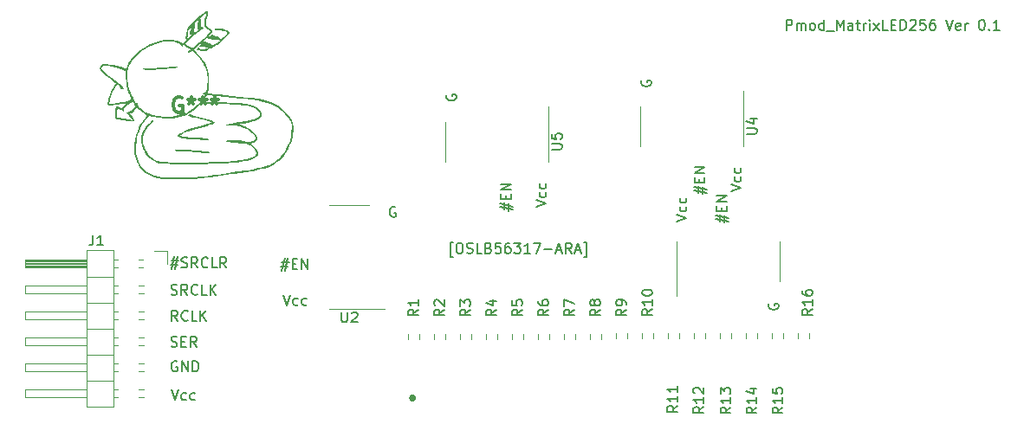
<source format=gbr>
%TF.GenerationSoftware,KiCad,Pcbnew,7.0.2*%
%TF.CreationDate,2023-08-12T01:35:25+09:00*%
%TF.ProjectId,Pmod_Matrix256,506d6f64-5f4d-4617-9472-69783235362e,rev?*%
%TF.SameCoordinates,Original*%
%TF.FileFunction,Legend,Top*%
%TF.FilePolarity,Positive*%
%FSLAX46Y46*%
G04 Gerber Fmt 4.6, Leading zero omitted, Abs format (unit mm)*
G04 Created by KiCad (PCBNEW 7.0.2) date 2023-08-12 01:35:25*
%MOMM*%
%LPD*%
G01*
G04 APERTURE LIST*
%ADD10C,0.150000*%
%ADD11C,0.300000*%
%ADD12C,0.120000*%
%ADD13C,0.366228*%
G04 APERTURE END LIST*
D10*
X156992619Y-112299761D02*
X157992619Y-111966428D01*
X157992619Y-111966428D02*
X156992619Y-111633095D01*
X157945000Y-110871190D02*
X157992619Y-110966428D01*
X157992619Y-110966428D02*
X157992619Y-111156904D01*
X157992619Y-111156904D02*
X157945000Y-111252142D01*
X157945000Y-111252142D02*
X157897380Y-111299761D01*
X157897380Y-111299761D02*
X157802142Y-111347380D01*
X157802142Y-111347380D02*
X157516428Y-111347380D01*
X157516428Y-111347380D02*
X157421190Y-111299761D01*
X157421190Y-111299761D02*
X157373571Y-111252142D01*
X157373571Y-111252142D02*
X157325952Y-111156904D01*
X157325952Y-111156904D02*
X157325952Y-110966428D01*
X157325952Y-110966428D02*
X157373571Y-110871190D01*
X157945000Y-110014047D02*
X157992619Y-110109285D01*
X157992619Y-110109285D02*
X157992619Y-110299761D01*
X157992619Y-110299761D02*
X157945000Y-110394999D01*
X157945000Y-110394999D02*
X157897380Y-110442618D01*
X157897380Y-110442618D02*
X157802142Y-110490237D01*
X157802142Y-110490237D02*
X157516428Y-110490237D01*
X157516428Y-110490237D02*
X157421190Y-110442618D01*
X157421190Y-110442618D02*
X157373571Y-110394999D01*
X157373571Y-110394999D02*
X157325952Y-110299761D01*
X157325952Y-110299761D02*
X157325952Y-110109285D01*
X157325952Y-110109285D02*
X157373571Y-110014047D01*
X155928952Y-115252523D02*
X155928952Y-114538238D01*
X155500380Y-114966809D02*
X156786095Y-115252523D01*
X156357523Y-114633476D02*
X156357523Y-115347761D01*
X156786095Y-114919190D02*
X155500380Y-114633476D01*
X156071809Y-114204904D02*
X156071809Y-113871571D01*
X156595619Y-113728714D02*
X156595619Y-114204904D01*
X156595619Y-114204904D02*
X155595619Y-114204904D01*
X155595619Y-114204904D02*
X155595619Y-113728714D01*
X156595619Y-113300142D02*
X155595619Y-113300142D01*
X155595619Y-113300142D02*
X156595619Y-112728714D01*
X156595619Y-112728714D02*
X155595619Y-112728714D01*
X102917523Y-124972619D02*
X102584190Y-124496428D01*
X102346095Y-124972619D02*
X102346095Y-123972619D01*
X102346095Y-123972619D02*
X102727047Y-123972619D01*
X102727047Y-123972619D02*
X102822285Y-124020238D01*
X102822285Y-124020238D02*
X102869904Y-124067857D01*
X102869904Y-124067857D02*
X102917523Y-124163095D01*
X102917523Y-124163095D02*
X102917523Y-124305952D01*
X102917523Y-124305952D02*
X102869904Y-124401190D01*
X102869904Y-124401190D02*
X102822285Y-124448809D01*
X102822285Y-124448809D02*
X102727047Y-124496428D01*
X102727047Y-124496428D02*
X102346095Y-124496428D01*
X103917523Y-124877380D02*
X103869904Y-124925000D01*
X103869904Y-124925000D02*
X103727047Y-124972619D01*
X103727047Y-124972619D02*
X103631809Y-124972619D01*
X103631809Y-124972619D02*
X103488952Y-124925000D01*
X103488952Y-124925000D02*
X103393714Y-124829761D01*
X103393714Y-124829761D02*
X103346095Y-124734523D01*
X103346095Y-124734523D02*
X103298476Y-124544047D01*
X103298476Y-124544047D02*
X103298476Y-124401190D01*
X103298476Y-124401190D02*
X103346095Y-124210714D01*
X103346095Y-124210714D02*
X103393714Y-124115476D01*
X103393714Y-124115476D02*
X103488952Y-124020238D01*
X103488952Y-124020238D02*
X103631809Y-123972619D01*
X103631809Y-123972619D02*
X103727047Y-123972619D01*
X103727047Y-123972619D02*
X103869904Y-124020238D01*
X103869904Y-124020238D02*
X103917523Y-124067857D01*
X104822285Y-124972619D02*
X104346095Y-124972619D01*
X104346095Y-124972619D02*
X104346095Y-123972619D01*
X105155619Y-124972619D02*
X105155619Y-123972619D01*
X105727047Y-124972619D02*
X105298476Y-124401190D01*
X105727047Y-123972619D02*
X105155619Y-124544047D01*
X124205904Y-113860238D02*
X124110666Y-113812619D01*
X124110666Y-113812619D02*
X123967809Y-113812619D01*
X123967809Y-113812619D02*
X123824952Y-113860238D01*
X123824952Y-113860238D02*
X123729714Y-113955476D01*
X123729714Y-113955476D02*
X123682095Y-114050714D01*
X123682095Y-114050714D02*
X123634476Y-114241190D01*
X123634476Y-114241190D02*
X123634476Y-114384047D01*
X123634476Y-114384047D02*
X123682095Y-114574523D01*
X123682095Y-114574523D02*
X123729714Y-114669761D01*
X123729714Y-114669761D02*
X123824952Y-114765000D01*
X123824952Y-114765000D02*
X123967809Y-114812619D01*
X123967809Y-114812619D02*
X124063047Y-114812619D01*
X124063047Y-114812619D02*
X124205904Y-114765000D01*
X124205904Y-114765000D02*
X124253523Y-114717380D01*
X124253523Y-114717380D02*
X124253523Y-114384047D01*
X124253523Y-114384047D02*
X124063047Y-114384047D01*
X129227238Y-102870095D02*
X129179619Y-102965333D01*
X129179619Y-102965333D02*
X129179619Y-103108190D01*
X129179619Y-103108190D02*
X129227238Y-103251047D01*
X129227238Y-103251047D02*
X129322476Y-103346285D01*
X129322476Y-103346285D02*
X129417714Y-103393904D01*
X129417714Y-103393904D02*
X129608190Y-103441523D01*
X129608190Y-103441523D02*
X129751047Y-103441523D01*
X129751047Y-103441523D02*
X129941523Y-103393904D01*
X129941523Y-103393904D02*
X130036761Y-103346285D01*
X130036761Y-103346285D02*
X130132000Y-103251047D01*
X130132000Y-103251047D02*
X130179619Y-103108190D01*
X130179619Y-103108190D02*
X130179619Y-103012952D01*
X130179619Y-103012952D02*
X130132000Y-102870095D01*
X130132000Y-102870095D02*
X130084380Y-102822476D01*
X130084380Y-102822476D02*
X129751047Y-102822476D01*
X129751047Y-102822476D02*
X129751047Y-103012952D01*
X129809809Y-118701952D02*
X129571714Y-118701952D01*
X129571714Y-118701952D02*
X129571714Y-117273380D01*
X129571714Y-117273380D02*
X129809809Y-117273380D01*
X130381238Y-117368619D02*
X130571714Y-117368619D01*
X130571714Y-117368619D02*
X130666952Y-117416238D01*
X130666952Y-117416238D02*
X130762190Y-117511476D01*
X130762190Y-117511476D02*
X130809809Y-117701952D01*
X130809809Y-117701952D02*
X130809809Y-118035285D01*
X130809809Y-118035285D02*
X130762190Y-118225761D01*
X130762190Y-118225761D02*
X130666952Y-118321000D01*
X130666952Y-118321000D02*
X130571714Y-118368619D01*
X130571714Y-118368619D02*
X130381238Y-118368619D01*
X130381238Y-118368619D02*
X130286000Y-118321000D01*
X130286000Y-118321000D02*
X130190762Y-118225761D01*
X130190762Y-118225761D02*
X130143143Y-118035285D01*
X130143143Y-118035285D02*
X130143143Y-117701952D01*
X130143143Y-117701952D02*
X130190762Y-117511476D01*
X130190762Y-117511476D02*
X130286000Y-117416238D01*
X130286000Y-117416238D02*
X130381238Y-117368619D01*
X131190762Y-118321000D02*
X131333619Y-118368619D01*
X131333619Y-118368619D02*
X131571714Y-118368619D01*
X131571714Y-118368619D02*
X131666952Y-118321000D01*
X131666952Y-118321000D02*
X131714571Y-118273380D01*
X131714571Y-118273380D02*
X131762190Y-118178142D01*
X131762190Y-118178142D02*
X131762190Y-118082904D01*
X131762190Y-118082904D02*
X131714571Y-117987666D01*
X131714571Y-117987666D02*
X131666952Y-117940047D01*
X131666952Y-117940047D02*
X131571714Y-117892428D01*
X131571714Y-117892428D02*
X131381238Y-117844809D01*
X131381238Y-117844809D02*
X131286000Y-117797190D01*
X131286000Y-117797190D02*
X131238381Y-117749571D01*
X131238381Y-117749571D02*
X131190762Y-117654333D01*
X131190762Y-117654333D02*
X131190762Y-117559095D01*
X131190762Y-117559095D02*
X131238381Y-117463857D01*
X131238381Y-117463857D02*
X131286000Y-117416238D01*
X131286000Y-117416238D02*
X131381238Y-117368619D01*
X131381238Y-117368619D02*
X131619333Y-117368619D01*
X131619333Y-117368619D02*
X131762190Y-117416238D01*
X132666952Y-118368619D02*
X132190762Y-118368619D01*
X132190762Y-118368619D02*
X132190762Y-117368619D01*
X133333619Y-117844809D02*
X133476476Y-117892428D01*
X133476476Y-117892428D02*
X133524095Y-117940047D01*
X133524095Y-117940047D02*
X133571714Y-118035285D01*
X133571714Y-118035285D02*
X133571714Y-118178142D01*
X133571714Y-118178142D02*
X133524095Y-118273380D01*
X133524095Y-118273380D02*
X133476476Y-118321000D01*
X133476476Y-118321000D02*
X133381238Y-118368619D01*
X133381238Y-118368619D02*
X133000286Y-118368619D01*
X133000286Y-118368619D02*
X133000286Y-117368619D01*
X133000286Y-117368619D02*
X133333619Y-117368619D01*
X133333619Y-117368619D02*
X133428857Y-117416238D01*
X133428857Y-117416238D02*
X133476476Y-117463857D01*
X133476476Y-117463857D02*
X133524095Y-117559095D01*
X133524095Y-117559095D02*
X133524095Y-117654333D01*
X133524095Y-117654333D02*
X133476476Y-117749571D01*
X133476476Y-117749571D02*
X133428857Y-117797190D01*
X133428857Y-117797190D02*
X133333619Y-117844809D01*
X133333619Y-117844809D02*
X133000286Y-117844809D01*
X134476476Y-117368619D02*
X134000286Y-117368619D01*
X134000286Y-117368619D02*
X133952667Y-117844809D01*
X133952667Y-117844809D02*
X134000286Y-117797190D01*
X134000286Y-117797190D02*
X134095524Y-117749571D01*
X134095524Y-117749571D02*
X134333619Y-117749571D01*
X134333619Y-117749571D02*
X134428857Y-117797190D01*
X134428857Y-117797190D02*
X134476476Y-117844809D01*
X134476476Y-117844809D02*
X134524095Y-117940047D01*
X134524095Y-117940047D02*
X134524095Y-118178142D01*
X134524095Y-118178142D02*
X134476476Y-118273380D01*
X134476476Y-118273380D02*
X134428857Y-118321000D01*
X134428857Y-118321000D02*
X134333619Y-118368619D01*
X134333619Y-118368619D02*
X134095524Y-118368619D01*
X134095524Y-118368619D02*
X134000286Y-118321000D01*
X134000286Y-118321000D02*
X133952667Y-118273380D01*
X135381238Y-117368619D02*
X135190762Y-117368619D01*
X135190762Y-117368619D02*
X135095524Y-117416238D01*
X135095524Y-117416238D02*
X135047905Y-117463857D01*
X135047905Y-117463857D02*
X134952667Y-117606714D01*
X134952667Y-117606714D02*
X134905048Y-117797190D01*
X134905048Y-117797190D02*
X134905048Y-118178142D01*
X134905048Y-118178142D02*
X134952667Y-118273380D01*
X134952667Y-118273380D02*
X135000286Y-118321000D01*
X135000286Y-118321000D02*
X135095524Y-118368619D01*
X135095524Y-118368619D02*
X135286000Y-118368619D01*
X135286000Y-118368619D02*
X135381238Y-118321000D01*
X135381238Y-118321000D02*
X135428857Y-118273380D01*
X135428857Y-118273380D02*
X135476476Y-118178142D01*
X135476476Y-118178142D02*
X135476476Y-117940047D01*
X135476476Y-117940047D02*
X135428857Y-117844809D01*
X135428857Y-117844809D02*
X135381238Y-117797190D01*
X135381238Y-117797190D02*
X135286000Y-117749571D01*
X135286000Y-117749571D02*
X135095524Y-117749571D01*
X135095524Y-117749571D02*
X135000286Y-117797190D01*
X135000286Y-117797190D02*
X134952667Y-117844809D01*
X134952667Y-117844809D02*
X134905048Y-117940047D01*
X135809810Y-117368619D02*
X136428857Y-117368619D01*
X136428857Y-117368619D02*
X136095524Y-117749571D01*
X136095524Y-117749571D02*
X136238381Y-117749571D01*
X136238381Y-117749571D02*
X136333619Y-117797190D01*
X136333619Y-117797190D02*
X136381238Y-117844809D01*
X136381238Y-117844809D02*
X136428857Y-117940047D01*
X136428857Y-117940047D02*
X136428857Y-118178142D01*
X136428857Y-118178142D02*
X136381238Y-118273380D01*
X136381238Y-118273380D02*
X136333619Y-118321000D01*
X136333619Y-118321000D02*
X136238381Y-118368619D01*
X136238381Y-118368619D02*
X135952667Y-118368619D01*
X135952667Y-118368619D02*
X135857429Y-118321000D01*
X135857429Y-118321000D02*
X135809810Y-118273380D01*
X137381238Y-118368619D02*
X136809810Y-118368619D01*
X137095524Y-118368619D02*
X137095524Y-117368619D01*
X137095524Y-117368619D02*
X137000286Y-117511476D01*
X137000286Y-117511476D02*
X136905048Y-117606714D01*
X136905048Y-117606714D02*
X136809810Y-117654333D01*
X137714572Y-117368619D02*
X138381238Y-117368619D01*
X138381238Y-117368619D02*
X137952667Y-118368619D01*
X138762191Y-117987666D02*
X139524096Y-117987666D01*
X139952667Y-118082904D02*
X140428857Y-118082904D01*
X139857429Y-118368619D02*
X140190762Y-117368619D01*
X140190762Y-117368619D02*
X140524095Y-118368619D01*
X141428857Y-118368619D02*
X141095524Y-117892428D01*
X140857429Y-118368619D02*
X140857429Y-117368619D01*
X140857429Y-117368619D02*
X141238381Y-117368619D01*
X141238381Y-117368619D02*
X141333619Y-117416238D01*
X141333619Y-117416238D02*
X141381238Y-117463857D01*
X141381238Y-117463857D02*
X141428857Y-117559095D01*
X141428857Y-117559095D02*
X141428857Y-117701952D01*
X141428857Y-117701952D02*
X141381238Y-117797190D01*
X141381238Y-117797190D02*
X141333619Y-117844809D01*
X141333619Y-117844809D02*
X141238381Y-117892428D01*
X141238381Y-117892428D02*
X140857429Y-117892428D01*
X141809810Y-118082904D02*
X142286000Y-118082904D01*
X141714572Y-118368619D02*
X142047905Y-117368619D01*
X142047905Y-117368619D02*
X142381238Y-118368619D01*
X142619334Y-118701952D02*
X142857429Y-118701952D01*
X142857429Y-118701952D02*
X142857429Y-117273380D01*
X142857429Y-117273380D02*
X142619334Y-117273380D01*
X162417095Y-96524619D02*
X162417095Y-95524619D01*
X162417095Y-95524619D02*
X162798047Y-95524619D01*
X162798047Y-95524619D02*
X162893285Y-95572238D01*
X162893285Y-95572238D02*
X162940904Y-95619857D01*
X162940904Y-95619857D02*
X162988523Y-95715095D01*
X162988523Y-95715095D02*
X162988523Y-95857952D01*
X162988523Y-95857952D02*
X162940904Y-95953190D01*
X162940904Y-95953190D02*
X162893285Y-96000809D01*
X162893285Y-96000809D02*
X162798047Y-96048428D01*
X162798047Y-96048428D02*
X162417095Y-96048428D01*
X163417095Y-96524619D02*
X163417095Y-95857952D01*
X163417095Y-95953190D02*
X163464714Y-95905571D01*
X163464714Y-95905571D02*
X163559952Y-95857952D01*
X163559952Y-95857952D02*
X163702809Y-95857952D01*
X163702809Y-95857952D02*
X163798047Y-95905571D01*
X163798047Y-95905571D02*
X163845666Y-96000809D01*
X163845666Y-96000809D02*
X163845666Y-96524619D01*
X163845666Y-96000809D02*
X163893285Y-95905571D01*
X163893285Y-95905571D02*
X163988523Y-95857952D01*
X163988523Y-95857952D02*
X164131380Y-95857952D01*
X164131380Y-95857952D02*
X164226619Y-95905571D01*
X164226619Y-95905571D02*
X164274238Y-96000809D01*
X164274238Y-96000809D02*
X164274238Y-96524619D01*
X164893285Y-96524619D02*
X164798047Y-96477000D01*
X164798047Y-96477000D02*
X164750428Y-96429380D01*
X164750428Y-96429380D02*
X164702809Y-96334142D01*
X164702809Y-96334142D02*
X164702809Y-96048428D01*
X164702809Y-96048428D02*
X164750428Y-95953190D01*
X164750428Y-95953190D02*
X164798047Y-95905571D01*
X164798047Y-95905571D02*
X164893285Y-95857952D01*
X164893285Y-95857952D02*
X165036142Y-95857952D01*
X165036142Y-95857952D02*
X165131380Y-95905571D01*
X165131380Y-95905571D02*
X165178999Y-95953190D01*
X165178999Y-95953190D02*
X165226618Y-96048428D01*
X165226618Y-96048428D02*
X165226618Y-96334142D01*
X165226618Y-96334142D02*
X165178999Y-96429380D01*
X165178999Y-96429380D02*
X165131380Y-96477000D01*
X165131380Y-96477000D02*
X165036142Y-96524619D01*
X165036142Y-96524619D02*
X164893285Y-96524619D01*
X166083761Y-96524619D02*
X166083761Y-95524619D01*
X166083761Y-96477000D02*
X165988523Y-96524619D01*
X165988523Y-96524619D02*
X165798047Y-96524619D01*
X165798047Y-96524619D02*
X165702809Y-96477000D01*
X165702809Y-96477000D02*
X165655190Y-96429380D01*
X165655190Y-96429380D02*
X165607571Y-96334142D01*
X165607571Y-96334142D02*
X165607571Y-96048428D01*
X165607571Y-96048428D02*
X165655190Y-95953190D01*
X165655190Y-95953190D02*
X165702809Y-95905571D01*
X165702809Y-95905571D02*
X165798047Y-95857952D01*
X165798047Y-95857952D02*
X165988523Y-95857952D01*
X165988523Y-95857952D02*
X166083761Y-95905571D01*
X166321857Y-96619857D02*
X167083761Y-96619857D01*
X167321857Y-96524619D02*
X167321857Y-95524619D01*
X167321857Y-95524619D02*
X167655190Y-96238904D01*
X167655190Y-96238904D02*
X167988523Y-95524619D01*
X167988523Y-95524619D02*
X167988523Y-96524619D01*
X168893285Y-96524619D02*
X168893285Y-96000809D01*
X168893285Y-96000809D02*
X168845666Y-95905571D01*
X168845666Y-95905571D02*
X168750428Y-95857952D01*
X168750428Y-95857952D02*
X168559952Y-95857952D01*
X168559952Y-95857952D02*
X168464714Y-95905571D01*
X168893285Y-96477000D02*
X168798047Y-96524619D01*
X168798047Y-96524619D02*
X168559952Y-96524619D01*
X168559952Y-96524619D02*
X168464714Y-96477000D01*
X168464714Y-96477000D02*
X168417095Y-96381761D01*
X168417095Y-96381761D02*
X168417095Y-96286523D01*
X168417095Y-96286523D02*
X168464714Y-96191285D01*
X168464714Y-96191285D02*
X168559952Y-96143666D01*
X168559952Y-96143666D02*
X168798047Y-96143666D01*
X168798047Y-96143666D02*
X168893285Y-96096047D01*
X169226619Y-95857952D02*
X169607571Y-95857952D01*
X169369476Y-95524619D02*
X169369476Y-96381761D01*
X169369476Y-96381761D02*
X169417095Y-96477000D01*
X169417095Y-96477000D02*
X169512333Y-96524619D01*
X169512333Y-96524619D02*
X169607571Y-96524619D01*
X169940905Y-96524619D02*
X169940905Y-95857952D01*
X169940905Y-96048428D02*
X169988524Y-95953190D01*
X169988524Y-95953190D02*
X170036143Y-95905571D01*
X170036143Y-95905571D02*
X170131381Y-95857952D01*
X170131381Y-95857952D02*
X170226619Y-95857952D01*
X170559953Y-96524619D02*
X170559953Y-95857952D01*
X170559953Y-95524619D02*
X170512334Y-95572238D01*
X170512334Y-95572238D02*
X170559953Y-95619857D01*
X170559953Y-95619857D02*
X170607572Y-95572238D01*
X170607572Y-95572238D02*
X170559953Y-95524619D01*
X170559953Y-95524619D02*
X170559953Y-95619857D01*
X170940905Y-96524619D02*
X171464714Y-95857952D01*
X170940905Y-95857952D02*
X171464714Y-96524619D01*
X172321857Y-96524619D02*
X171845667Y-96524619D01*
X171845667Y-96524619D02*
X171845667Y-95524619D01*
X172655191Y-96000809D02*
X172988524Y-96000809D01*
X173131381Y-96524619D02*
X172655191Y-96524619D01*
X172655191Y-96524619D02*
X172655191Y-95524619D01*
X172655191Y-95524619D02*
X173131381Y-95524619D01*
X173559953Y-96524619D02*
X173559953Y-95524619D01*
X173559953Y-95524619D02*
X173798048Y-95524619D01*
X173798048Y-95524619D02*
X173940905Y-95572238D01*
X173940905Y-95572238D02*
X174036143Y-95667476D01*
X174036143Y-95667476D02*
X174083762Y-95762714D01*
X174083762Y-95762714D02*
X174131381Y-95953190D01*
X174131381Y-95953190D02*
X174131381Y-96096047D01*
X174131381Y-96096047D02*
X174083762Y-96286523D01*
X174083762Y-96286523D02*
X174036143Y-96381761D01*
X174036143Y-96381761D02*
X173940905Y-96477000D01*
X173940905Y-96477000D02*
X173798048Y-96524619D01*
X173798048Y-96524619D02*
X173559953Y-96524619D01*
X174512334Y-95619857D02*
X174559953Y-95572238D01*
X174559953Y-95572238D02*
X174655191Y-95524619D01*
X174655191Y-95524619D02*
X174893286Y-95524619D01*
X174893286Y-95524619D02*
X174988524Y-95572238D01*
X174988524Y-95572238D02*
X175036143Y-95619857D01*
X175036143Y-95619857D02*
X175083762Y-95715095D01*
X175083762Y-95715095D02*
X175083762Y-95810333D01*
X175083762Y-95810333D02*
X175036143Y-95953190D01*
X175036143Y-95953190D02*
X174464715Y-96524619D01*
X174464715Y-96524619D02*
X175083762Y-96524619D01*
X175988524Y-95524619D02*
X175512334Y-95524619D01*
X175512334Y-95524619D02*
X175464715Y-96000809D01*
X175464715Y-96000809D02*
X175512334Y-95953190D01*
X175512334Y-95953190D02*
X175607572Y-95905571D01*
X175607572Y-95905571D02*
X175845667Y-95905571D01*
X175845667Y-95905571D02*
X175940905Y-95953190D01*
X175940905Y-95953190D02*
X175988524Y-96000809D01*
X175988524Y-96000809D02*
X176036143Y-96096047D01*
X176036143Y-96096047D02*
X176036143Y-96334142D01*
X176036143Y-96334142D02*
X175988524Y-96429380D01*
X175988524Y-96429380D02*
X175940905Y-96477000D01*
X175940905Y-96477000D02*
X175845667Y-96524619D01*
X175845667Y-96524619D02*
X175607572Y-96524619D01*
X175607572Y-96524619D02*
X175512334Y-96477000D01*
X175512334Y-96477000D02*
X175464715Y-96429380D01*
X176893286Y-95524619D02*
X176702810Y-95524619D01*
X176702810Y-95524619D02*
X176607572Y-95572238D01*
X176607572Y-95572238D02*
X176559953Y-95619857D01*
X176559953Y-95619857D02*
X176464715Y-95762714D01*
X176464715Y-95762714D02*
X176417096Y-95953190D01*
X176417096Y-95953190D02*
X176417096Y-96334142D01*
X176417096Y-96334142D02*
X176464715Y-96429380D01*
X176464715Y-96429380D02*
X176512334Y-96477000D01*
X176512334Y-96477000D02*
X176607572Y-96524619D01*
X176607572Y-96524619D02*
X176798048Y-96524619D01*
X176798048Y-96524619D02*
X176893286Y-96477000D01*
X176893286Y-96477000D02*
X176940905Y-96429380D01*
X176940905Y-96429380D02*
X176988524Y-96334142D01*
X176988524Y-96334142D02*
X176988524Y-96096047D01*
X176988524Y-96096047D02*
X176940905Y-96000809D01*
X176940905Y-96000809D02*
X176893286Y-95953190D01*
X176893286Y-95953190D02*
X176798048Y-95905571D01*
X176798048Y-95905571D02*
X176607572Y-95905571D01*
X176607572Y-95905571D02*
X176512334Y-95953190D01*
X176512334Y-95953190D02*
X176464715Y-96000809D01*
X176464715Y-96000809D02*
X176417096Y-96096047D01*
X178036144Y-95524619D02*
X178369477Y-96524619D01*
X178369477Y-96524619D02*
X178702810Y-95524619D01*
X179417096Y-96477000D02*
X179321858Y-96524619D01*
X179321858Y-96524619D02*
X179131382Y-96524619D01*
X179131382Y-96524619D02*
X179036144Y-96477000D01*
X179036144Y-96477000D02*
X178988525Y-96381761D01*
X178988525Y-96381761D02*
X178988525Y-96000809D01*
X178988525Y-96000809D02*
X179036144Y-95905571D01*
X179036144Y-95905571D02*
X179131382Y-95857952D01*
X179131382Y-95857952D02*
X179321858Y-95857952D01*
X179321858Y-95857952D02*
X179417096Y-95905571D01*
X179417096Y-95905571D02*
X179464715Y-96000809D01*
X179464715Y-96000809D02*
X179464715Y-96096047D01*
X179464715Y-96096047D02*
X178988525Y-96191285D01*
X179893287Y-96524619D02*
X179893287Y-95857952D01*
X179893287Y-96048428D02*
X179940906Y-95953190D01*
X179940906Y-95953190D02*
X179988525Y-95905571D01*
X179988525Y-95905571D02*
X180083763Y-95857952D01*
X180083763Y-95857952D02*
X180179001Y-95857952D01*
X181464716Y-95524619D02*
X181559954Y-95524619D01*
X181559954Y-95524619D02*
X181655192Y-95572238D01*
X181655192Y-95572238D02*
X181702811Y-95619857D01*
X181702811Y-95619857D02*
X181750430Y-95715095D01*
X181750430Y-95715095D02*
X181798049Y-95905571D01*
X181798049Y-95905571D02*
X181798049Y-96143666D01*
X181798049Y-96143666D02*
X181750430Y-96334142D01*
X181750430Y-96334142D02*
X181702811Y-96429380D01*
X181702811Y-96429380D02*
X181655192Y-96477000D01*
X181655192Y-96477000D02*
X181559954Y-96524619D01*
X181559954Y-96524619D02*
X181464716Y-96524619D01*
X181464716Y-96524619D02*
X181369478Y-96477000D01*
X181369478Y-96477000D02*
X181321859Y-96429380D01*
X181321859Y-96429380D02*
X181274240Y-96334142D01*
X181274240Y-96334142D02*
X181226621Y-96143666D01*
X181226621Y-96143666D02*
X181226621Y-95905571D01*
X181226621Y-95905571D02*
X181274240Y-95715095D01*
X181274240Y-95715095D02*
X181321859Y-95619857D01*
X181321859Y-95619857D02*
X181369478Y-95572238D01*
X181369478Y-95572238D02*
X181464716Y-95524619D01*
X182226621Y-96429380D02*
X182274240Y-96477000D01*
X182274240Y-96477000D02*
X182226621Y-96524619D01*
X182226621Y-96524619D02*
X182179002Y-96477000D01*
X182179002Y-96477000D02*
X182226621Y-96429380D01*
X182226621Y-96429380D02*
X182226621Y-96524619D01*
X183226620Y-96524619D02*
X182655192Y-96524619D01*
X182940906Y-96524619D02*
X182940906Y-95524619D01*
X182940906Y-95524619D02*
X182845668Y-95667476D01*
X182845668Y-95667476D02*
X182750430Y-95762714D01*
X182750430Y-95762714D02*
X182655192Y-95810333D01*
X102298476Y-127465000D02*
X102441333Y-127512619D01*
X102441333Y-127512619D02*
X102679428Y-127512619D01*
X102679428Y-127512619D02*
X102774666Y-127465000D01*
X102774666Y-127465000D02*
X102822285Y-127417380D01*
X102822285Y-127417380D02*
X102869904Y-127322142D01*
X102869904Y-127322142D02*
X102869904Y-127226904D01*
X102869904Y-127226904D02*
X102822285Y-127131666D01*
X102822285Y-127131666D02*
X102774666Y-127084047D01*
X102774666Y-127084047D02*
X102679428Y-127036428D01*
X102679428Y-127036428D02*
X102488952Y-126988809D01*
X102488952Y-126988809D02*
X102393714Y-126941190D01*
X102393714Y-126941190D02*
X102346095Y-126893571D01*
X102346095Y-126893571D02*
X102298476Y-126798333D01*
X102298476Y-126798333D02*
X102298476Y-126703095D01*
X102298476Y-126703095D02*
X102346095Y-126607857D01*
X102346095Y-126607857D02*
X102393714Y-126560238D01*
X102393714Y-126560238D02*
X102488952Y-126512619D01*
X102488952Y-126512619D02*
X102727047Y-126512619D01*
X102727047Y-126512619D02*
X102869904Y-126560238D01*
X103298476Y-126988809D02*
X103631809Y-126988809D01*
X103774666Y-127512619D02*
X103298476Y-127512619D01*
X103298476Y-127512619D02*
X103298476Y-126512619D01*
X103298476Y-126512619D02*
X103774666Y-126512619D01*
X104774666Y-127512619D02*
X104441333Y-127036428D01*
X104203238Y-127512619D02*
X104203238Y-126512619D01*
X104203238Y-126512619D02*
X104584190Y-126512619D01*
X104584190Y-126512619D02*
X104679428Y-126560238D01*
X104679428Y-126560238D02*
X104727047Y-126607857D01*
X104727047Y-126607857D02*
X104774666Y-126703095D01*
X104774666Y-126703095D02*
X104774666Y-126845952D01*
X104774666Y-126845952D02*
X104727047Y-126941190D01*
X104727047Y-126941190D02*
X104679428Y-126988809D01*
X104679428Y-126988809D02*
X104584190Y-127036428D01*
X104584190Y-127036428D02*
X104203238Y-127036428D01*
X137942619Y-113823761D02*
X138942619Y-113490428D01*
X138942619Y-113490428D02*
X137942619Y-113157095D01*
X138895000Y-112395190D02*
X138942619Y-112490428D01*
X138942619Y-112490428D02*
X138942619Y-112680904D01*
X138942619Y-112680904D02*
X138895000Y-112776142D01*
X138895000Y-112776142D02*
X138847380Y-112823761D01*
X138847380Y-112823761D02*
X138752142Y-112871380D01*
X138752142Y-112871380D02*
X138466428Y-112871380D01*
X138466428Y-112871380D02*
X138371190Y-112823761D01*
X138371190Y-112823761D02*
X138323571Y-112776142D01*
X138323571Y-112776142D02*
X138275952Y-112680904D01*
X138275952Y-112680904D02*
X138275952Y-112490428D01*
X138275952Y-112490428D02*
X138323571Y-112395190D01*
X138895000Y-111538047D02*
X138942619Y-111633285D01*
X138942619Y-111633285D02*
X138942619Y-111823761D01*
X138942619Y-111823761D02*
X138895000Y-111918999D01*
X138895000Y-111918999D02*
X138847380Y-111966618D01*
X138847380Y-111966618D02*
X138752142Y-112014237D01*
X138752142Y-112014237D02*
X138466428Y-112014237D01*
X138466428Y-112014237D02*
X138371190Y-111966618D01*
X138371190Y-111966618D02*
X138323571Y-111918999D01*
X138323571Y-111918999D02*
X138275952Y-111823761D01*
X138275952Y-111823761D02*
X138275952Y-111633285D01*
X138275952Y-111633285D02*
X138323571Y-111538047D01*
X134846952Y-114109523D02*
X134846952Y-113395238D01*
X134418380Y-113823809D02*
X135704095Y-114109523D01*
X135275523Y-113490476D02*
X135275523Y-114204761D01*
X135704095Y-113776190D02*
X134418380Y-113490476D01*
X134989809Y-113061904D02*
X134989809Y-112728571D01*
X135513619Y-112585714D02*
X135513619Y-113061904D01*
X135513619Y-113061904D02*
X134513619Y-113061904D01*
X134513619Y-113061904D02*
X134513619Y-112585714D01*
X135513619Y-112157142D02*
X134513619Y-112157142D01*
X134513619Y-112157142D02*
X135513619Y-111585714D01*
X135513619Y-111585714D02*
X134513619Y-111585714D01*
X160723238Y-123317095D02*
X160675619Y-123412333D01*
X160675619Y-123412333D02*
X160675619Y-123555190D01*
X160675619Y-123555190D02*
X160723238Y-123698047D01*
X160723238Y-123698047D02*
X160818476Y-123793285D01*
X160818476Y-123793285D02*
X160913714Y-123840904D01*
X160913714Y-123840904D02*
X161104190Y-123888523D01*
X161104190Y-123888523D02*
X161247047Y-123888523D01*
X161247047Y-123888523D02*
X161437523Y-123840904D01*
X161437523Y-123840904D02*
X161532761Y-123793285D01*
X161532761Y-123793285D02*
X161628000Y-123698047D01*
X161628000Y-123698047D02*
X161675619Y-123555190D01*
X161675619Y-123555190D02*
X161675619Y-123459952D01*
X161675619Y-123459952D02*
X161628000Y-123317095D01*
X161628000Y-123317095D02*
X161580380Y-123269476D01*
X161580380Y-123269476D02*
X161247047Y-123269476D01*
X161247047Y-123269476D02*
X161247047Y-123459952D01*
X102869904Y-128973238D02*
X102774666Y-128925619D01*
X102774666Y-128925619D02*
X102631809Y-128925619D01*
X102631809Y-128925619D02*
X102488952Y-128973238D01*
X102488952Y-128973238D02*
X102393714Y-129068476D01*
X102393714Y-129068476D02*
X102346095Y-129163714D01*
X102346095Y-129163714D02*
X102298476Y-129354190D01*
X102298476Y-129354190D02*
X102298476Y-129497047D01*
X102298476Y-129497047D02*
X102346095Y-129687523D01*
X102346095Y-129687523D02*
X102393714Y-129782761D01*
X102393714Y-129782761D02*
X102488952Y-129878000D01*
X102488952Y-129878000D02*
X102631809Y-129925619D01*
X102631809Y-129925619D02*
X102727047Y-129925619D01*
X102727047Y-129925619D02*
X102869904Y-129878000D01*
X102869904Y-129878000D02*
X102917523Y-129830380D01*
X102917523Y-129830380D02*
X102917523Y-129497047D01*
X102917523Y-129497047D02*
X102727047Y-129497047D01*
X103346095Y-129925619D02*
X103346095Y-128925619D01*
X103346095Y-128925619D02*
X103917523Y-129925619D01*
X103917523Y-129925619D02*
X103917523Y-128925619D01*
X104393714Y-129925619D02*
X104393714Y-128925619D01*
X104393714Y-128925619D02*
X104631809Y-128925619D01*
X104631809Y-128925619D02*
X104774666Y-128973238D01*
X104774666Y-128973238D02*
X104869904Y-129068476D01*
X104869904Y-129068476D02*
X104917523Y-129163714D01*
X104917523Y-129163714D02*
X104965142Y-129354190D01*
X104965142Y-129354190D02*
X104965142Y-129497047D01*
X104965142Y-129497047D02*
X104917523Y-129687523D01*
X104917523Y-129687523D02*
X104869904Y-129782761D01*
X104869904Y-129782761D02*
X104774666Y-129878000D01*
X104774666Y-129878000D02*
X104631809Y-129925619D01*
X104631809Y-129925619D02*
X104393714Y-129925619D01*
X113093476Y-119225952D02*
X113807761Y-119225952D01*
X113379190Y-118797380D02*
X113093476Y-120083095D01*
X113712523Y-119654523D02*
X112998238Y-119654523D01*
X113426809Y-120083095D02*
X113712523Y-118797380D01*
X114141095Y-119368809D02*
X114474428Y-119368809D01*
X114617285Y-119892619D02*
X114141095Y-119892619D01*
X114141095Y-119892619D02*
X114141095Y-118892619D01*
X114141095Y-118892619D02*
X114617285Y-118892619D01*
X115045857Y-119892619D02*
X115045857Y-118892619D01*
X115045857Y-118892619D02*
X115617285Y-119892619D01*
X115617285Y-119892619D02*
X115617285Y-118892619D01*
X151658619Y-115220761D02*
X152658619Y-114887428D01*
X152658619Y-114887428D02*
X151658619Y-114554095D01*
X152611000Y-113792190D02*
X152658619Y-113887428D01*
X152658619Y-113887428D02*
X152658619Y-114077904D01*
X152658619Y-114077904D02*
X152611000Y-114173142D01*
X152611000Y-114173142D02*
X152563380Y-114220761D01*
X152563380Y-114220761D02*
X152468142Y-114268380D01*
X152468142Y-114268380D02*
X152182428Y-114268380D01*
X152182428Y-114268380D02*
X152087190Y-114220761D01*
X152087190Y-114220761D02*
X152039571Y-114173142D01*
X152039571Y-114173142D02*
X151991952Y-114077904D01*
X151991952Y-114077904D02*
X151991952Y-113887428D01*
X151991952Y-113887428D02*
X152039571Y-113792190D01*
X152611000Y-112935047D02*
X152658619Y-113030285D01*
X152658619Y-113030285D02*
X152658619Y-113220761D01*
X152658619Y-113220761D02*
X152611000Y-113315999D01*
X152611000Y-113315999D02*
X152563380Y-113363618D01*
X152563380Y-113363618D02*
X152468142Y-113411237D01*
X152468142Y-113411237D02*
X152182428Y-113411237D01*
X152182428Y-113411237D02*
X152087190Y-113363618D01*
X152087190Y-113363618D02*
X152039571Y-113315999D01*
X152039571Y-113315999D02*
X151991952Y-113220761D01*
X151991952Y-113220761D02*
X151991952Y-113030285D01*
X151991952Y-113030285D02*
X152039571Y-112935047D01*
X148277238Y-101473095D02*
X148229619Y-101568333D01*
X148229619Y-101568333D02*
X148229619Y-101711190D01*
X148229619Y-101711190D02*
X148277238Y-101854047D01*
X148277238Y-101854047D02*
X148372476Y-101949285D01*
X148372476Y-101949285D02*
X148467714Y-101996904D01*
X148467714Y-101996904D02*
X148658190Y-102044523D01*
X148658190Y-102044523D02*
X148801047Y-102044523D01*
X148801047Y-102044523D02*
X148991523Y-101996904D01*
X148991523Y-101996904D02*
X149086761Y-101949285D01*
X149086761Y-101949285D02*
X149182000Y-101854047D01*
X149182000Y-101854047D02*
X149229619Y-101711190D01*
X149229619Y-101711190D02*
X149229619Y-101615952D01*
X149229619Y-101615952D02*
X149182000Y-101473095D01*
X149182000Y-101473095D02*
X149134380Y-101425476D01*
X149134380Y-101425476D02*
X148801047Y-101425476D01*
X148801047Y-101425476D02*
X148801047Y-101615952D01*
X153769952Y-112458523D02*
X153769952Y-111744238D01*
X153341380Y-112172809D02*
X154627095Y-112458523D01*
X154198523Y-111839476D02*
X154198523Y-112553761D01*
X154627095Y-112125190D02*
X153341380Y-111839476D01*
X153912809Y-111410904D02*
X153912809Y-111077571D01*
X154436619Y-110934714D02*
X154436619Y-111410904D01*
X154436619Y-111410904D02*
X153436619Y-111410904D01*
X153436619Y-111410904D02*
X153436619Y-110934714D01*
X154436619Y-110506142D02*
X153436619Y-110506142D01*
X153436619Y-110506142D02*
X154436619Y-109934714D01*
X154436619Y-109934714D02*
X153436619Y-109934714D01*
X113252238Y-122448619D02*
X113585571Y-123448619D01*
X113585571Y-123448619D02*
X113918904Y-122448619D01*
X114680809Y-123401000D02*
X114585571Y-123448619D01*
X114585571Y-123448619D02*
X114395095Y-123448619D01*
X114395095Y-123448619D02*
X114299857Y-123401000D01*
X114299857Y-123401000D02*
X114252238Y-123353380D01*
X114252238Y-123353380D02*
X114204619Y-123258142D01*
X114204619Y-123258142D02*
X114204619Y-122972428D01*
X114204619Y-122972428D02*
X114252238Y-122877190D01*
X114252238Y-122877190D02*
X114299857Y-122829571D01*
X114299857Y-122829571D02*
X114395095Y-122781952D01*
X114395095Y-122781952D02*
X114585571Y-122781952D01*
X114585571Y-122781952D02*
X114680809Y-122829571D01*
X115537952Y-123401000D02*
X115442714Y-123448619D01*
X115442714Y-123448619D02*
X115252238Y-123448619D01*
X115252238Y-123448619D02*
X115157000Y-123401000D01*
X115157000Y-123401000D02*
X115109381Y-123353380D01*
X115109381Y-123353380D02*
X115061762Y-123258142D01*
X115061762Y-123258142D02*
X115061762Y-122972428D01*
X115061762Y-122972428D02*
X115109381Y-122877190D01*
X115109381Y-122877190D02*
X115157000Y-122829571D01*
X115157000Y-122829571D02*
X115252238Y-122781952D01*
X115252238Y-122781952D02*
X115442714Y-122781952D01*
X115442714Y-122781952D02*
X115537952Y-122829571D01*
X102298476Y-119098952D02*
X103012761Y-119098952D01*
X102584190Y-118670380D02*
X102298476Y-119956095D01*
X102917523Y-119527523D02*
X102203238Y-119527523D01*
X102631809Y-119956095D02*
X102917523Y-118670380D01*
X103298476Y-119718000D02*
X103441333Y-119765619D01*
X103441333Y-119765619D02*
X103679428Y-119765619D01*
X103679428Y-119765619D02*
X103774666Y-119718000D01*
X103774666Y-119718000D02*
X103822285Y-119670380D01*
X103822285Y-119670380D02*
X103869904Y-119575142D01*
X103869904Y-119575142D02*
X103869904Y-119479904D01*
X103869904Y-119479904D02*
X103822285Y-119384666D01*
X103822285Y-119384666D02*
X103774666Y-119337047D01*
X103774666Y-119337047D02*
X103679428Y-119289428D01*
X103679428Y-119289428D02*
X103488952Y-119241809D01*
X103488952Y-119241809D02*
X103393714Y-119194190D01*
X103393714Y-119194190D02*
X103346095Y-119146571D01*
X103346095Y-119146571D02*
X103298476Y-119051333D01*
X103298476Y-119051333D02*
X103298476Y-118956095D01*
X103298476Y-118956095D02*
X103346095Y-118860857D01*
X103346095Y-118860857D02*
X103393714Y-118813238D01*
X103393714Y-118813238D02*
X103488952Y-118765619D01*
X103488952Y-118765619D02*
X103727047Y-118765619D01*
X103727047Y-118765619D02*
X103869904Y-118813238D01*
X104869904Y-119765619D02*
X104536571Y-119289428D01*
X104298476Y-119765619D02*
X104298476Y-118765619D01*
X104298476Y-118765619D02*
X104679428Y-118765619D01*
X104679428Y-118765619D02*
X104774666Y-118813238D01*
X104774666Y-118813238D02*
X104822285Y-118860857D01*
X104822285Y-118860857D02*
X104869904Y-118956095D01*
X104869904Y-118956095D02*
X104869904Y-119098952D01*
X104869904Y-119098952D02*
X104822285Y-119194190D01*
X104822285Y-119194190D02*
X104774666Y-119241809D01*
X104774666Y-119241809D02*
X104679428Y-119289428D01*
X104679428Y-119289428D02*
X104298476Y-119289428D01*
X105869904Y-119670380D02*
X105822285Y-119718000D01*
X105822285Y-119718000D02*
X105679428Y-119765619D01*
X105679428Y-119765619D02*
X105584190Y-119765619D01*
X105584190Y-119765619D02*
X105441333Y-119718000D01*
X105441333Y-119718000D02*
X105346095Y-119622761D01*
X105346095Y-119622761D02*
X105298476Y-119527523D01*
X105298476Y-119527523D02*
X105250857Y-119337047D01*
X105250857Y-119337047D02*
X105250857Y-119194190D01*
X105250857Y-119194190D02*
X105298476Y-119003714D01*
X105298476Y-119003714D02*
X105346095Y-118908476D01*
X105346095Y-118908476D02*
X105441333Y-118813238D01*
X105441333Y-118813238D02*
X105584190Y-118765619D01*
X105584190Y-118765619D02*
X105679428Y-118765619D01*
X105679428Y-118765619D02*
X105822285Y-118813238D01*
X105822285Y-118813238D02*
X105869904Y-118860857D01*
X106774666Y-119765619D02*
X106298476Y-119765619D01*
X106298476Y-119765619D02*
X106298476Y-118765619D01*
X107679428Y-119765619D02*
X107346095Y-119289428D01*
X107108000Y-119765619D02*
X107108000Y-118765619D01*
X107108000Y-118765619D02*
X107488952Y-118765619D01*
X107488952Y-118765619D02*
X107584190Y-118813238D01*
X107584190Y-118813238D02*
X107631809Y-118860857D01*
X107631809Y-118860857D02*
X107679428Y-118956095D01*
X107679428Y-118956095D02*
X107679428Y-119098952D01*
X107679428Y-119098952D02*
X107631809Y-119194190D01*
X107631809Y-119194190D02*
X107584190Y-119241809D01*
X107584190Y-119241809D02*
X107488952Y-119289428D01*
X107488952Y-119289428D02*
X107108000Y-119289428D01*
X102330238Y-131719619D02*
X102663571Y-132719619D01*
X102663571Y-132719619D02*
X102996904Y-131719619D01*
X103758809Y-132672000D02*
X103663571Y-132719619D01*
X103663571Y-132719619D02*
X103473095Y-132719619D01*
X103473095Y-132719619D02*
X103377857Y-132672000D01*
X103377857Y-132672000D02*
X103330238Y-132624380D01*
X103330238Y-132624380D02*
X103282619Y-132529142D01*
X103282619Y-132529142D02*
X103282619Y-132243428D01*
X103282619Y-132243428D02*
X103330238Y-132148190D01*
X103330238Y-132148190D02*
X103377857Y-132100571D01*
X103377857Y-132100571D02*
X103473095Y-132052952D01*
X103473095Y-132052952D02*
X103663571Y-132052952D01*
X103663571Y-132052952D02*
X103758809Y-132100571D01*
X104615952Y-132672000D02*
X104520714Y-132719619D01*
X104520714Y-132719619D02*
X104330238Y-132719619D01*
X104330238Y-132719619D02*
X104235000Y-132672000D01*
X104235000Y-132672000D02*
X104187381Y-132624380D01*
X104187381Y-132624380D02*
X104139762Y-132529142D01*
X104139762Y-132529142D02*
X104139762Y-132243428D01*
X104139762Y-132243428D02*
X104187381Y-132148190D01*
X104187381Y-132148190D02*
X104235000Y-132100571D01*
X104235000Y-132100571D02*
X104330238Y-132052952D01*
X104330238Y-132052952D02*
X104520714Y-132052952D01*
X104520714Y-132052952D02*
X104615952Y-132100571D01*
X102298476Y-122385000D02*
X102441333Y-122432619D01*
X102441333Y-122432619D02*
X102679428Y-122432619D01*
X102679428Y-122432619D02*
X102774666Y-122385000D01*
X102774666Y-122385000D02*
X102822285Y-122337380D01*
X102822285Y-122337380D02*
X102869904Y-122242142D01*
X102869904Y-122242142D02*
X102869904Y-122146904D01*
X102869904Y-122146904D02*
X102822285Y-122051666D01*
X102822285Y-122051666D02*
X102774666Y-122004047D01*
X102774666Y-122004047D02*
X102679428Y-121956428D01*
X102679428Y-121956428D02*
X102488952Y-121908809D01*
X102488952Y-121908809D02*
X102393714Y-121861190D01*
X102393714Y-121861190D02*
X102346095Y-121813571D01*
X102346095Y-121813571D02*
X102298476Y-121718333D01*
X102298476Y-121718333D02*
X102298476Y-121623095D01*
X102298476Y-121623095D02*
X102346095Y-121527857D01*
X102346095Y-121527857D02*
X102393714Y-121480238D01*
X102393714Y-121480238D02*
X102488952Y-121432619D01*
X102488952Y-121432619D02*
X102727047Y-121432619D01*
X102727047Y-121432619D02*
X102869904Y-121480238D01*
X103869904Y-122432619D02*
X103536571Y-121956428D01*
X103298476Y-122432619D02*
X103298476Y-121432619D01*
X103298476Y-121432619D02*
X103679428Y-121432619D01*
X103679428Y-121432619D02*
X103774666Y-121480238D01*
X103774666Y-121480238D02*
X103822285Y-121527857D01*
X103822285Y-121527857D02*
X103869904Y-121623095D01*
X103869904Y-121623095D02*
X103869904Y-121765952D01*
X103869904Y-121765952D02*
X103822285Y-121861190D01*
X103822285Y-121861190D02*
X103774666Y-121908809D01*
X103774666Y-121908809D02*
X103679428Y-121956428D01*
X103679428Y-121956428D02*
X103298476Y-121956428D01*
X104869904Y-122337380D02*
X104822285Y-122385000D01*
X104822285Y-122385000D02*
X104679428Y-122432619D01*
X104679428Y-122432619D02*
X104584190Y-122432619D01*
X104584190Y-122432619D02*
X104441333Y-122385000D01*
X104441333Y-122385000D02*
X104346095Y-122289761D01*
X104346095Y-122289761D02*
X104298476Y-122194523D01*
X104298476Y-122194523D02*
X104250857Y-122004047D01*
X104250857Y-122004047D02*
X104250857Y-121861190D01*
X104250857Y-121861190D02*
X104298476Y-121670714D01*
X104298476Y-121670714D02*
X104346095Y-121575476D01*
X104346095Y-121575476D02*
X104441333Y-121480238D01*
X104441333Y-121480238D02*
X104584190Y-121432619D01*
X104584190Y-121432619D02*
X104679428Y-121432619D01*
X104679428Y-121432619D02*
X104822285Y-121480238D01*
X104822285Y-121480238D02*
X104869904Y-121527857D01*
X105774666Y-122432619D02*
X105298476Y-122432619D01*
X105298476Y-122432619D02*
X105298476Y-121432619D01*
X106108000Y-122432619D02*
X106108000Y-121432619D01*
X106679428Y-122432619D02*
X106250857Y-121861190D01*
X106679428Y-121432619D02*
X106108000Y-122004047D01*
D11*
%TO.C,G\u002A\u002A\u002A*%
X103326572Y-103151357D02*
X103183715Y-103079928D01*
X103183715Y-103079928D02*
X102969429Y-103079928D01*
X102969429Y-103079928D02*
X102755143Y-103151357D01*
X102755143Y-103151357D02*
X102612286Y-103294214D01*
X102612286Y-103294214D02*
X102540857Y-103437071D01*
X102540857Y-103437071D02*
X102469429Y-103722785D01*
X102469429Y-103722785D02*
X102469429Y-103937071D01*
X102469429Y-103937071D02*
X102540857Y-104222785D01*
X102540857Y-104222785D02*
X102612286Y-104365642D01*
X102612286Y-104365642D02*
X102755143Y-104508500D01*
X102755143Y-104508500D02*
X102969429Y-104579928D01*
X102969429Y-104579928D02*
X103112286Y-104579928D01*
X103112286Y-104579928D02*
X103326572Y-104508500D01*
X103326572Y-104508500D02*
X103398000Y-104437071D01*
X103398000Y-104437071D02*
X103398000Y-103937071D01*
X103398000Y-103937071D02*
X103112286Y-103937071D01*
X104255143Y-103079928D02*
X104255143Y-103437071D01*
X103898000Y-103294214D02*
X104255143Y-103437071D01*
X104255143Y-103437071D02*
X104612286Y-103294214D01*
X104040857Y-103722785D02*
X104255143Y-103437071D01*
X104255143Y-103437071D02*
X104469429Y-103722785D01*
X105398000Y-103079928D02*
X105398000Y-103437071D01*
X105040857Y-103294214D02*
X105398000Y-103437071D01*
X105398000Y-103437071D02*
X105755143Y-103294214D01*
X105183714Y-103722785D02*
X105398000Y-103437071D01*
X105398000Y-103437071D02*
X105612286Y-103722785D01*
X106540857Y-103079928D02*
X106540857Y-103437071D01*
X106183714Y-103294214D02*
X106540857Y-103437071D01*
X106540857Y-103437071D02*
X106898000Y-103294214D01*
X106326571Y-103722785D02*
X106540857Y-103437071D01*
X106540857Y-103437071D02*
X106755143Y-103722785D01*
D10*
%TO.C,R5*%
X136606619Y-123864666D02*
X136130428Y-124197999D01*
X136606619Y-124436094D02*
X135606619Y-124436094D01*
X135606619Y-124436094D02*
X135606619Y-124055142D01*
X135606619Y-124055142D02*
X135654238Y-123959904D01*
X135654238Y-123959904D02*
X135701857Y-123912285D01*
X135701857Y-123912285D02*
X135797095Y-123864666D01*
X135797095Y-123864666D02*
X135939952Y-123864666D01*
X135939952Y-123864666D02*
X136035190Y-123912285D01*
X136035190Y-123912285D02*
X136082809Y-123959904D01*
X136082809Y-123959904D02*
X136130428Y-124055142D01*
X136130428Y-124055142D02*
X136130428Y-124436094D01*
X135606619Y-122959904D02*
X135606619Y-123436094D01*
X135606619Y-123436094D02*
X136082809Y-123483713D01*
X136082809Y-123483713D02*
X136035190Y-123436094D01*
X136035190Y-123436094D02*
X135987571Y-123340856D01*
X135987571Y-123340856D02*
X135987571Y-123102761D01*
X135987571Y-123102761D02*
X136035190Y-123007523D01*
X136035190Y-123007523D02*
X136082809Y-122959904D01*
X136082809Y-122959904D02*
X136178047Y-122912285D01*
X136178047Y-122912285D02*
X136416142Y-122912285D01*
X136416142Y-122912285D02*
X136511380Y-122959904D01*
X136511380Y-122959904D02*
X136559000Y-123007523D01*
X136559000Y-123007523D02*
X136606619Y-123102761D01*
X136606619Y-123102761D02*
X136606619Y-123340856D01*
X136606619Y-123340856D02*
X136559000Y-123436094D01*
X136559000Y-123436094D02*
X136511380Y-123483713D01*
%TO.C,R7*%
X141686619Y-123864666D02*
X141210428Y-124197999D01*
X141686619Y-124436094D02*
X140686619Y-124436094D01*
X140686619Y-124436094D02*
X140686619Y-124055142D01*
X140686619Y-124055142D02*
X140734238Y-123959904D01*
X140734238Y-123959904D02*
X140781857Y-123912285D01*
X140781857Y-123912285D02*
X140877095Y-123864666D01*
X140877095Y-123864666D02*
X141019952Y-123864666D01*
X141019952Y-123864666D02*
X141115190Y-123912285D01*
X141115190Y-123912285D02*
X141162809Y-123959904D01*
X141162809Y-123959904D02*
X141210428Y-124055142D01*
X141210428Y-124055142D02*
X141210428Y-124436094D01*
X140686619Y-123531332D02*
X140686619Y-122864666D01*
X140686619Y-122864666D02*
X141686619Y-123293237D01*
%TO.C,R4*%
X134066619Y-123864666D02*
X133590428Y-124197999D01*
X134066619Y-124436094D02*
X133066619Y-124436094D01*
X133066619Y-124436094D02*
X133066619Y-124055142D01*
X133066619Y-124055142D02*
X133114238Y-123959904D01*
X133114238Y-123959904D02*
X133161857Y-123912285D01*
X133161857Y-123912285D02*
X133257095Y-123864666D01*
X133257095Y-123864666D02*
X133399952Y-123864666D01*
X133399952Y-123864666D02*
X133495190Y-123912285D01*
X133495190Y-123912285D02*
X133542809Y-123959904D01*
X133542809Y-123959904D02*
X133590428Y-124055142D01*
X133590428Y-124055142D02*
X133590428Y-124436094D01*
X133399952Y-123007523D02*
X134066619Y-123007523D01*
X133019000Y-123245618D02*
X133733285Y-123483713D01*
X133733285Y-123483713D02*
X133733285Y-122864666D01*
%TO.C,R9*%
X146766619Y-123864666D02*
X146290428Y-124197999D01*
X146766619Y-124436094D02*
X145766619Y-124436094D01*
X145766619Y-124436094D02*
X145766619Y-124055142D01*
X145766619Y-124055142D02*
X145814238Y-123959904D01*
X145814238Y-123959904D02*
X145861857Y-123912285D01*
X145861857Y-123912285D02*
X145957095Y-123864666D01*
X145957095Y-123864666D02*
X146099952Y-123864666D01*
X146099952Y-123864666D02*
X146195190Y-123912285D01*
X146195190Y-123912285D02*
X146242809Y-123959904D01*
X146242809Y-123959904D02*
X146290428Y-124055142D01*
X146290428Y-124055142D02*
X146290428Y-124436094D01*
X146766619Y-123388475D02*
X146766619Y-123197999D01*
X146766619Y-123197999D02*
X146719000Y-123102761D01*
X146719000Y-123102761D02*
X146671380Y-123055142D01*
X146671380Y-123055142D02*
X146528523Y-122959904D01*
X146528523Y-122959904D02*
X146338047Y-122912285D01*
X146338047Y-122912285D02*
X145957095Y-122912285D01*
X145957095Y-122912285D02*
X145861857Y-122959904D01*
X145861857Y-122959904D02*
X145814238Y-123007523D01*
X145814238Y-123007523D02*
X145766619Y-123102761D01*
X145766619Y-123102761D02*
X145766619Y-123293237D01*
X145766619Y-123293237D02*
X145814238Y-123388475D01*
X145814238Y-123388475D02*
X145861857Y-123436094D01*
X145861857Y-123436094D02*
X145957095Y-123483713D01*
X145957095Y-123483713D02*
X146195190Y-123483713D01*
X146195190Y-123483713D02*
X146290428Y-123436094D01*
X146290428Y-123436094D02*
X146338047Y-123388475D01*
X146338047Y-123388475D02*
X146385666Y-123293237D01*
X146385666Y-123293237D02*
X146385666Y-123102761D01*
X146385666Y-123102761D02*
X146338047Y-123007523D01*
X146338047Y-123007523D02*
X146290428Y-122959904D01*
X146290428Y-122959904D02*
X146195190Y-122912285D01*
%TO.C,U5*%
X139474619Y-108203904D02*
X140284142Y-108203904D01*
X140284142Y-108203904D02*
X140379380Y-108156285D01*
X140379380Y-108156285D02*
X140427000Y-108108666D01*
X140427000Y-108108666D02*
X140474619Y-108013428D01*
X140474619Y-108013428D02*
X140474619Y-107822952D01*
X140474619Y-107822952D02*
X140427000Y-107727714D01*
X140427000Y-107727714D02*
X140379380Y-107680095D01*
X140379380Y-107680095D02*
X140284142Y-107632476D01*
X140284142Y-107632476D02*
X139474619Y-107632476D01*
X139474619Y-106680095D02*
X139474619Y-107156285D01*
X139474619Y-107156285D02*
X139950809Y-107203904D01*
X139950809Y-107203904D02*
X139903190Y-107156285D01*
X139903190Y-107156285D02*
X139855571Y-107061047D01*
X139855571Y-107061047D02*
X139855571Y-106822952D01*
X139855571Y-106822952D02*
X139903190Y-106727714D01*
X139903190Y-106727714D02*
X139950809Y-106680095D01*
X139950809Y-106680095D02*
X140046047Y-106632476D01*
X140046047Y-106632476D02*
X140284142Y-106632476D01*
X140284142Y-106632476D02*
X140379380Y-106680095D01*
X140379380Y-106680095D02*
X140427000Y-106727714D01*
X140427000Y-106727714D02*
X140474619Y-106822952D01*
X140474619Y-106822952D02*
X140474619Y-107061047D01*
X140474619Y-107061047D02*
X140427000Y-107156285D01*
X140427000Y-107156285D02*
X140379380Y-107203904D01*
%TO.C,R1*%
X126446619Y-123864666D02*
X125970428Y-124197999D01*
X126446619Y-124436094D02*
X125446619Y-124436094D01*
X125446619Y-124436094D02*
X125446619Y-124055142D01*
X125446619Y-124055142D02*
X125494238Y-123959904D01*
X125494238Y-123959904D02*
X125541857Y-123912285D01*
X125541857Y-123912285D02*
X125637095Y-123864666D01*
X125637095Y-123864666D02*
X125779952Y-123864666D01*
X125779952Y-123864666D02*
X125875190Y-123912285D01*
X125875190Y-123912285D02*
X125922809Y-123959904D01*
X125922809Y-123959904D02*
X125970428Y-124055142D01*
X125970428Y-124055142D02*
X125970428Y-124436094D01*
X126446619Y-122912285D02*
X126446619Y-123483713D01*
X126446619Y-123197999D02*
X125446619Y-123197999D01*
X125446619Y-123197999D02*
X125589476Y-123293237D01*
X125589476Y-123293237D02*
X125684714Y-123388475D01*
X125684714Y-123388475D02*
X125732333Y-123483713D01*
%TO.C,R2*%
X128986619Y-123864666D02*
X128510428Y-124197999D01*
X128986619Y-124436094D02*
X127986619Y-124436094D01*
X127986619Y-124436094D02*
X127986619Y-124055142D01*
X127986619Y-124055142D02*
X128034238Y-123959904D01*
X128034238Y-123959904D02*
X128081857Y-123912285D01*
X128081857Y-123912285D02*
X128177095Y-123864666D01*
X128177095Y-123864666D02*
X128319952Y-123864666D01*
X128319952Y-123864666D02*
X128415190Y-123912285D01*
X128415190Y-123912285D02*
X128462809Y-123959904D01*
X128462809Y-123959904D02*
X128510428Y-124055142D01*
X128510428Y-124055142D02*
X128510428Y-124436094D01*
X128081857Y-123483713D02*
X128034238Y-123436094D01*
X128034238Y-123436094D02*
X127986619Y-123340856D01*
X127986619Y-123340856D02*
X127986619Y-123102761D01*
X127986619Y-123102761D02*
X128034238Y-123007523D01*
X128034238Y-123007523D02*
X128081857Y-122959904D01*
X128081857Y-122959904D02*
X128177095Y-122912285D01*
X128177095Y-122912285D02*
X128272333Y-122912285D01*
X128272333Y-122912285D02*
X128415190Y-122959904D01*
X128415190Y-122959904D02*
X128986619Y-123531332D01*
X128986619Y-123531332D02*
X128986619Y-122912285D01*
%TO.C,R10*%
X149306619Y-123832857D02*
X148830428Y-124166190D01*
X149306619Y-124404285D02*
X148306619Y-124404285D01*
X148306619Y-124404285D02*
X148306619Y-124023333D01*
X148306619Y-124023333D02*
X148354238Y-123928095D01*
X148354238Y-123928095D02*
X148401857Y-123880476D01*
X148401857Y-123880476D02*
X148497095Y-123832857D01*
X148497095Y-123832857D02*
X148639952Y-123832857D01*
X148639952Y-123832857D02*
X148735190Y-123880476D01*
X148735190Y-123880476D02*
X148782809Y-123928095D01*
X148782809Y-123928095D02*
X148830428Y-124023333D01*
X148830428Y-124023333D02*
X148830428Y-124404285D01*
X149306619Y-122880476D02*
X149306619Y-123451904D01*
X149306619Y-123166190D02*
X148306619Y-123166190D01*
X148306619Y-123166190D02*
X148449476Y-123261428D01*
X148449476Y-123261428D02*
X148544714Y-123356666D01*
X148544714Y-123356666D02*
X148592333Y-123451904D01*
X148306619Y-122261428D02*
X148306619Y-122166190D01*
X148306619Y-122166190D02*
X148354238Y-122070952D01*
X148354238Y-122070952D02*
X148401857Y-122023333D01*
X148401857Y-122023333D02*
X148497095Y-121975714D01*
X148497095Y-121975714D02*
X148687571Y-121928095D01*
X148687571Y-121928095D02*
X148925666Y-121928095D01*
X148925666Y-121928095D02*
X149116142Y-121975714D01*
X149116142Y-121975714D02*
X149211380Y-122023333D01*
X149211380Y-122023333D02*
X149259000Y-122070952D01*
X149259000Y-122070952D02*
X149306619Y-122166190D01*
X149306619Y-122166190D02*
X149306619Y-122261428D01*
X149306619Y-122261428D02*
X149259000Y-122356666D01*
X149259000Y-122356666D02*
X149211380Y-122404285D01*
X149211380Y-122404285D02*
X149116142Y-122451904D01*
X149116142Y-122451904D02*
X148925666Y-122499523D01*
X148925666Y-122499523D02*
X148687571Y-122499523D01*
X148687571Y-122499523D02*
X148497095Y-122451904D01*
X148497095Y-122451904D02*
X148401857Y-122404285D01*
X148401857Y-122404285D02*
X148354238Y-122356666D01*
X148354238Y-122356666D02*
X148306619Y-122261428D01*
%TO.C,R16*%
X164953019Y-123832857D02*
X164476828Y-124166190D01*
X164953019Y-124404285D02*
X163953019Y-124404285D01*
X163953019Y-124404285D02*
X163953019Y-124023333D01*
X163953019Y-124023333D02*
X164000638Y-123928095D01*
X164000638Y-123928095D02*
X164048257Y-123880476D01*
X164048257Y-123880476D02*
X164143495Y-123832857D01*
X164143495Y-123832857D02*
X164286352Y-123832857D01*
X164286352Y-123832857D02*
X164381590Y-123880476D01*
X164381590Y-123880476D02*
X164429209Y-123928095D01*
X164429209Y-123928095D02*
X164476828Y-124023333D01*
X164476828Y-124023333D02*
X164476828Y-124404285D01*
X164953019Y-122880476D02*
X164953019Y-123451904D01*
X164953019Y-123166190D02*
X163953019Y-123166190D01*
X163953019Y-123166190D02*
X164095876Y-123261428D01*
X164095876Y-123261428D02*
X164191114Y-123356666D01*
X164191114Y-123356666D02*
X164238733Y-123451904D01*
X163953019Y-122023333D02*
X163953019Y-122213809D01*
X163953019Y-122213809D02*
X164000638Y-122309047D01*
X164000638Y-122309047D02*
X164048257Y-122356666D01*
X164048257Y-122356666D02*
X164191114Y-122451904D01*
X164191114Y-122451904D02*
X164381590Y-122499523D01*
X164381590Y-122499523D02*
X164762542Y-122499523D01*
X164762542Y-122499523D02*
X164857780Y-122451904D01*
X164857780Y-122451904D02*
X164905400Y-122404285D01*
X164905400Y-122404285D02*
X164953019Y-122309047D01*
X164953019Y-122309047D02*
X164953019Y-122118571D01*
X164953019Y-122118571D02*
X164905400Y-122023333D01*
X164905400Y-122023333D02*
X164857780Y-121975714D01*
X164857780Y-121975714D02*
X164762542Y-121928095D01*
X164762542Y-121928095D02*
X164524447Y-121928095D01*
X164524447Y-121928095D02*
X164429209Y-121975714D01*
X164429209Y-121975714D02*
X164381590Y-122023333D01*
X164381590Y-122023333D02*
X164333971Y-122118571D01*
X164333971Y-122118571D02*
X164333971Y-122309047D01*
X164333971Y-122309047D02*
X164381590Y-122404285D01*
X164381590Y-122404285D02*
X164429209Y-122451904D01*
X164429209Y-122451904D02*
X164524447Y-122499523D01*
%TO.C,R14*%
X159517419Y-133434057D02*
X159041228Y-133767390D01*
X159517419Y-134005485D02*
X158517419Y-134005485D01*
X158517419Y-134005485D02*
X158517419Y-133624533D01*
X158517419Y-133624533D02*
X158565038Y-133529295D01*
X158565038Y-133529295D02*
X158612657Y-133481676D01*
X158612657Y-133481676D02*
X158707895Y-133434057D01*
X158707895Y-133434057D02*
X158850752Y-133434057D01*
X158850752Y-133434057D02*
X158945990Y-133481676D01*
X158945990Y-133481676D02*
X158993609Y-133529295D01*
X158993609Y-133529295D02*
X159041228Y-133624533D01*
X159041228Y-133624533D02*
X159041228Y-134005485D01*
X159517419Y-132481676D02*
X159517419Y-133053104D01*
X159517419Y-132767390D02*
X158517419Y-132767390D01*
X158517419Y-132767390D02*
X158660276Y-132862628D01*
X158660276Y-132862628D02*
X158755514Y-132957866D01*
X158755514Y-132957866D02*
X158803133Y-133053104D01*
X158850752Y-131624533D02*
X159517419Y-131624533D01*
X158469800Y-131862628D02*
X159184085Y-132100723D01*
X159184085Y-132100723D02*
X159184085Y-131481676D01*
%TO.C,R15*%
X162057419Y-133434057D02*
X161581228Y-133767390D01*
X162057419Y-134005485D02*
X161057419Y-134005485D01*
X161057419Y-134005485D02*
X161057419Y-133624533D01*
X161057419Y-133624533D02*
X161105038Y-133529295D01*
X161105038Y-133529295D02*
X161152657Y-133481676D01*
X161152657Y-133481676D02*
X161247895Y-133434057D01*
X161247895Y-133434057D02*
X161390752Y-133434057D01*
X161390752Y-133434057D02*
X161485990Y-133481676D01*
X161485990Y-133481676D02*
X161533609Y-133529295D01*
X161533609Y-133529295D02*
X161581228Y-133624533D01*
X161581228Y-133624533D02*
X161581228Y-134005485D01*
X162057419Y-132481676D02*
X162057419Y-133053104D01*
X162057419Y-132767390D02*
X161057419Y-132767390D01*
X161057419Y-132767390D02*
X161200276Y-132862628D01*
X161200276Y-132862628D02*
X161295514Y-132957866D01*
X161295514Y-132957866D02*
X161343133Y-133053104D01*
X161057419Y-131576914D02*
X161057419Y-132053104D01*
X161057419Y-132053104D02*
X161533609Y-132100723D01*
X161533609Y-132100723D02*
X161485990Y-132053104D01*
X161485990Y-132053104D02*
X161438371Y-131957866D01*
X161438371Y-131957866D02*
X161438371Y-131719771D01*
X161438371Y-131719771D02*
X161485990Y-131624533D01*
X161485990Y-131624533D02*
X161533609Y-131576914D01*
X161533609Y-131576914D02*
X161628847Y-131529295D01*
X161628847Y-131529295D02*
X161866942Y-131529295D01*
X161866942Y-131529295D02*
X161962180Y-131576914D01*
X161962180Y-131576914D02*
X162009800Y-131624533D01*
X162009800Y-131624533D02*
X162057419Y-131719771D01*
X162057419Y-131719771D02*
X162057419Y-131957866D01*
X162057419Y-131957866D02*
X162009800Y-132053104D01*
X162009800Y-132053104D02*
X161962180Y-132100723D01*
%TO.C,R11*%
X151795819Y-133281657D02*
X151319628Y-133614990D01*
X151795819Y-133853085D02*
X150795819Y-133853085D01*
X150795819Y-133853085D02*
X150795819Y-133472133D01*
X150795819Y-133472133D02*
X150843438Y-133376895D01*
X150843438Y-133376895D02*
X150891057Y-133329276D01*
X150891057Y-133329276D02*
X150986295Y-133281657D01*
X150986295Y-133281657D02*
X151129152Y-133281657D01*
X151129152Y-133281657D02*
X151224390Y-133329276D01*
X151224390Y-133329276D02*
X151272009Y-133376895D01*
X151272009Y-133376895D02*
X151319628Y-133472133D01*
X151319628Y-133472133D02*
X151319628Y-133853085D01*
X151795819Y-132329276D02*
X151795819Y-132900704D01*
X151795819Y-132614990D02*
X150795819Y-132614990D01*
X150795819Y-132614990D02*
X150938676Y-132710228D01*
X150938676Y-132710228D02*
X151033914Y-132805466D01*
X151033914Y-132805466D02*
X151081533Y-132900704D01*
X151795819Y-131376895D02*
X151795819Y-131948323D01*
X151795819Y-131662609D02*
X150795819Y-131662609D01*
X150795819Y-131662609D02*
X150938676Y-131757847D01*
X150938676Y-131757847D02*
X151033914Y-131853085D01*
X151033914Y-131853085D02*
X151081533Y-131948323D01*
%TO.C,R3*%
X131526619Y-123864666D02*
X131050428Y-124197999D01*
X131526619Y-124436094D02*
X130526619Y-124436094D01*
X130526619Y-124436094D02*
X130526619Y-124055142D01*
X130526619Y-124055142D02*
X130574238Y-123959904D01*
X130574238Y-123959904D02*
X130621857Y-123912285D01*
X130621857Y-123912285D02*
X130717095Y-123864666D01*
X130717095Y-123864666D02*
X130859952Y-123864666D01*
X130859952Y-123864666D02*
X130955190Y-123912285D01*
X130955190Y-123912285D02*
X131002809Y-123959904D01*
X131002809Y-123959904D02*
X131050428Y-124055142D01*
X131050428Y-124055142D02*
X131050428Y-124436094D01*
X130526619Y-123531332D02*
X130526619Y-122912285D01*
X130526619Y-122912285D02*
X130907571Y-123245618D01*
X130907571Y-123245618D02*
X130907571Y-123102761D01*
X130907571Y-123102761D02*
X130955190Y-123007523D01*
X130955190Y-123007523D02*
X131002809Y-122959904D01*
X131002809Y-122959904D02*
X131098047Y-122912285D01*
X131098047Y-122912285D02*
X131336142Y-122912285D01*
X131336142Y-122912285D02*
X131431380Y-122959904D01*
X131431380Y-122959904D02*
X131479000Y-123007523D01*
X131479000Y-123007523D02*
X131526619Y-123102761D01*
X131526619Y-123102761D02*
X131526619Y-123388475D01*
X131526619Y-123388475D02*
X131479000Y-123483713D01*
X131479000Y-123483713D02*
X131431380Y-123531332D01*
%TO.C,U4*%
X158524619Y-106679904D02*
X159334142Y-106679904D01*
X159334142Y-106679904D02*
X159429380Y-106632285D01*
X159429380Y-106632285D02*
X159477000Y-106584666D01*
X159477000Y-106584666D02*
X159524619Y-106489428D01*
X159524619Y-106489428D02*
X159524619Y-106298952D01*
X159524619Y-106298952D02*
X159477000Y-106203714D01*
X159477000Y-106203714D02*
X159429380Y-106156095D01*
X159429380Y-106156095D02*
X159334142Y-106108476D01*
X159334142Y-106108476D02*
X158524619Y-106108476D01*
X158857952Y-105203714D02*
X159524619Y-105203714D01*
X158477000Y-105441809D02*
X159191285Y-105679904D01*
X159191285Y-105679904D02*
X159191285Y-105060857D01*
%TO.C,R8*%
X144226619Y-123864666D02*
X143750428Y-124197999D01*
X144226619Y-124436094D02*
X143226619Y-124436094D01*
X143226619Y-124436094D02*
X143226619Y-124055142D01*
X143226619Y-124055142D02*
X143274238Y-123959904D01*
X143274238Y-123959904D02*
X143321857Y-123912285D01*
X143321857Y-123912285D02*
X143417095Y-123864666D01*
X143417095Y-123864666D02*
X143559952Y-123864666D01*
X143559952Y-123864666D02*
X143655190Y-123912285D01*
X143655190Y-123912285D02*
X143702809Y-123959904D01*
X143702809Y-123959904D02*
X143750428Y-124055142D01*
X143750428Y-124055142D02*
X143750428Y-124436094D01*
X143655190Y-123293237D02*
X143607571Y-123388475D01*
X143607571Y-123388475D02*
X143559952Y-123436094D01*
X143559952Y-123436094D02*
X143464714Y-123483713D01*
X143464714Y-123483713D02*
X143417095Y-123483713D01*
X143417095Y-123483713D02*
X143321857Y-123436094D01*
X143321857Y-123436094D02*
X143274238Y-123388475D01*
X143274238Y-123388475D02*
X143226619Y-123293237D01*
X143226619Y-123293237D02*
X143226619Y-123102761D01*
X143226619Y-123102761D02*
X143274238Y-123007523D01*
X143274238Y-123007523D02*
X143321857Y-122959904D01*
X143321857Y-122959904D02*
X143417095Y-122912285D01*
X143417095Y-122912285D02*
X143464714Y-122912285D01*
X143464714Y-122912285D02*
X143559952Y-122959904D01*
X143559952Y-122959904D02*
X143607571Y-123007523D01*
X143607571Y-123007523D02*
X143655190Y-123102761D01*
X143655190Y-123102761D02*
X143655190Y-123293237D01*
X143655190Y-123293237D02*
X143702809Y-123388475D01*
X143702809Y-123388475D02*
X143750428Y-123436094D01*
X143750428Y-123436094D02*
X143845666Y-123483713D01*
X143845666Y-123483713D02*
X144036142Y-123483713D01*
X144036142Y-123483713D02*
X144131380Y-123436094D01*
X144131380Y-123436094D02*
X144179000Y-123388475D01*
X144179000Y-123388475D02*
X144226619Y-123293237D01*
X144226619Y-123293237D02*
X144226619Y-123102761D01*
X144226619Y-123102761D02*
X144179000Y-123007523D01*
X144179000Y-123007523D02*
X144131380Y-122959904D01*
X144131380Y-122959904D02*
X144036142Y-122912285D01*
X144036142Y-122912285D02*
X143845666Y-122912285D01*
X143845666Y-122912285D02*
X143750428Y-122959904D01*
X143750428Y-122959904D02*
X143702809Y-123007523D01*
X143702809Y-123007523D02*
X143655190Y-123102761D01*
%TO.C,J1*%
X94657666Y-116572619D02*
X94657666Y-117286904D01*
X94657666Y-117286904D02*
X94610047Y-117429761D01*
X94610047Y-117429761D02*
X94514809Y-117525000D01*
X94514809Y-117525000D02*
X94371952Y-117572619D01*
X94371952Y-117572619D02*
X94276714Y-117572619D01*
X95657666Y-117572619D02*
X95086238Y-117572619D01*
X95371952Y-117572619D02*
X95371952Y-116572619D01*
X95371952Y-116572619D02*
X95276714Y-116715476D01*
X95276714Y-116715476D02*
X95181476Y-116810714D01*
X95181476Y-116810714D02*
X95086238Y-116858333D01*
%TO.C,R13*%
X156977419Y-133434057D02*
X156501228Y-133767390D01*
X156977419Y-134005485D02*
X155977419Y-134005485D01*
X155977419Y-134005485D02*
X155977419Y-133624533D01*
X155977419Y-133624533D02*
X156025038Y-133529295D01*
X156025038Y-133529295D02*
X156072657Y-133481676D01*
X156072657Y-133481676D02*
X156167895Y-133434057D01*
X156167895Y-133434057D02*
X156310752Y-133434057D01*
X156310752Y-133434057D02*
X156405990Y-133481676D01*
X156405990Y-133481676D02*
X156453609Y-133529295D01*
X156453609Y-133529295D02*
X156501228Y-133624533D01*
X156501228Y-133624533D02*
X156501228Y-134005485D01*
X156977419Y-132481676D02*
X156977419Y-133053104D01*
X156977419Y-132767390D02*
X155977419Y-132767390D01*
X155977419Y-132767390D02*
X156120276Y-132862628D01*
X156120276Y-132862628D02*
X156215514Y-132957866D01*
X156215514Y-132957866D02*
X156263133Y-133053104D01*
X155977419Y-132148342D02*
X155977419Y-131529295D01*
X155977419Y-131529295D02*
X156358371Y-131862628D01*
X156358371Y-131862628D02*
X156358371Y-131719771D01*
X156358371Y-131719771D02*
X156405990Y-131624533D01*
X156405990Y-131624533D02*
X156453609Y-131576914D01*
X156453609Y-131576914D02*
X156548847Y-131529295D01*
X156548847Y-131529295D02*
X156786942Y-131529295D01*
X156786942Y-131529295D02*
X156882180Y-131576914D01*
X156882180Y-131576914D02*
X156929800Y-131624533D01*
X156929800Y-131624533D02*
X156977419Y-131719771D01*
X156977419Y-131719771D02*
X156977419Y-132005485D01*
X156977419Y-132005485D02*
X156929800Y-132100723D01*
X156929800Y-132100723D02*
X156882180Y-132148342D01*
%TO.C,R6*%
X139146619Y-123864666D02*
X138670428Y-124197999D01*
X139146619Y-124436094D02*
X138146619Y-124436094D01*
X138146619Y-124436094D02*
X138146619Y-124055142D01*
X138146619Y-124055142D02*
X138194238Y-123959904D01*
X138194238Y-123959904D02*
X138241857Y-123912285D01*
X138241857Y-123912285D02*
X138337095Y-123864666D01*
X138337095Y-123864666D02*
X138479952Y-123864666D01*
X138479952Y-123864666D02*
X138575190Y-123912285D01*
X138575190Y-123912285D02*
X138622809Y-123959904D01*
X138622809Y-123959904D02*
X138670428Y-124055142D01*
X138670428Y-124055142D02*
X138670428Y-124436094D01*
X138146619Y-123007523D02*
X138146619Y-123197999D01*
X138146619Y-123197999D02*
X138194238Y-123293237D01*
X138194238Y-123293237D02*
X138241857Y-123340856D01*
X138241857Y-123340856D02*
X138384714Y-123436094D01*
X138384714Y-123436094D02*
X138575190Y-123483713D01*
X138575190Y-123483713D02*
X138956142Y-123483713D01*
X138956142Y-123483713D02*
X139051380Y-123436094D01*
X139051380Y-123436094D02*
X139099000Y-123388475D01*
X139099000Y-123388475D02*
X139146619Y-123293237D01*
X139146619Y-123293237D02*
X139146619Y-123102761D01*
X139146619Y-123102761D02*
X139099000Y-123007523D01*
X139099000Y-123007523D02*
X139051380Y-122959904D01*
X139051380Y-122959904D02*
X138956142Y-122912285D01*
X138956142Y-122912285D02*
X138718047Y-122912285D01*
X138718047Y-122912285D02*
X138622809Y-122959904D01*
X138622809Y-122959904D02*
X138575190Y-123007523D01*
X138575190Y-123007523D02*
X138527571Y-123102761D01*
X138527571Y-123102761D02*
X138527571Y-123293237D01*
X138527571Y-123293237D02*
X138575190Y-123388475D01*
X138575190Y-123388475D02*
X138622809Y-123436094D01*
X138622809Y-123436094D02*
X138718047Y-123483713D01*
%TO.C,U2*%
X118937095Y-124107619D02*
X118937095Y-124917142D01*
X118937095Y-124917142D02*
X118984714Y-125012380D01*
X118984714Y-125012380D02*
X119032333Y-125060000D01*
X119032333Y-125060000D02*
X119127571Y-125107619D01*
X119127571Y-125107619D02*
X119318047Y-125107619D01*
X119318047Y-125107619D02*
X119413285Y-125060000D01*
X119413285Y-125060000D02*
X119460904Y-125012380D01*
X119460904Y-125012380D02*
X119508523Y-124917142D01*
X119508523Y-124917142D02*
X119508523Y-124107619D01*
X119937095Y-124202857D02*
X119984714Y-124155238D01*
X119984714Y-124155238D02*
X120079952Y-124107619D01*
X120079952Y-124107619D02*
X120318047Y-124107619D01*
X120318047Y-124107619D02*
X120413285Y-124155238D01*
X120413285Y-124155238D02*
X120460904Y-124202857D01*
X120460904Y-124202857D02*
X120508523Y-124298095D01*
X120508523Y-124298095D02*
X120508523Y-124393333D01*
X120508523Y-124393333D02*
X120460904Y-124536190D01*
X120460904Y-124536190D02*
X119889476Y-125107619D01*
X119889476Y-125107619D02*
X120508523Y-125107619D01*
%TO.C,R12*%
X154335819Y-133383257D02*
X153859628Y-133716590D01*
X154335819Y-133954685D02*
X153335819Y-133954685D01*
X153335819Y-133954685D02*
X153335819Y-133573733D01*
X153335819Y-133573733D02*
X153383438Y-133478495D01*
X153383438Y-133478495D02*
X153431057Y-133430876D01*
X153431057Y-133430876D02*
X153526295Y-133383257D01*
X153526295Y-133383257D02*
X153669152Y-133383257D01*
X153669152Y-133383257D02*
X153764390Y-133430876D01*
X153764390Y-133430876D02*
X153812009Y-133478495D01*
X153812009Y-133478495D02*
X153859628Y-133573733D01*
X153859628Y-133573733D02*
X153859628Y-133954685D01*
X154335819Y-132430876D02*
X154335819Y-133002304D01*
X154335819Y-132716590D02*
X153335819Y-132716590D01*
X153335819Y-132716590D02*
X153478676Y-132811828D01*
X153478676Y-132811828D02*
X153573914Y-132907066D01*
X153573914Y-132907066D02*
X153621533Y-133002304D01*
X153431057Y-132049923D02*
X153383438Y-132002304D01*
X153383438Y-132002304D02*
X153335819Y-131907066D01*
X153335819Y-131907066D02*
X153335819Y-131668971D01*
X153335819Y-131668971D02*
X153383438Y-131573733D01*
X153383438Y-131573733D02*
X153431057Y-131526114D01*
X153431057Y-131526114D02*
X153526295Y-131478495D01*
X153526295Y-131478495D02*
X153621533Y-131478495D01*
X153621533Y-131478495D02*
X153764390Y-131526114D01*
X153764390Y-131526114D02*
X154335819Y-132097542D01*
X154335819Y-132097542D02*
X154335819Y-131478495D01*
%TO.C,G\u002A\u002A\u002A*%
G36*
X105813967Y-94629206D02*
G01*
X105847628Y-94707361D01*
X105856008Y-94867478D01*
X105840784Y-95084920D01*
X105803628Y-95335048D01*
X105749217Y-95581758D01*
X105696489Y-95793719D01*
X105678221Y-95940204D01*
X105706103Y-96050305D01*
X105791828Y-96153113D01*
X105947087Y-96277720D01*
X106063628Y-96364071D01*
X106225120Y-96499209D01*
X106326710Y-96616497D01*
X106359046Y-96701115D01*
X106312774Y-96738247D01*
X106300149Y-96738813D01*
X106235493Y-96778051D01*
X106147299Y-96873442D01*
X106060157Y-96991503D01*
X105998657Y-97098753D01*
X105987388Y-97161707D01*
X105988568Y-97163075D01*
X106041982Y-97151351D01*
X106109309Y-97079111D01*
X106199190Y-96984178D01*
X106301834Y-96967749D01*
X106451606Y-97025679D01*
X106470716Y-97035515D01*
X106626741Y-97106346D01*
X106805258Y-97173865D01*
X106814160Y-97176830D01*
X106964876Y-97246803D01*
X107074160Y-97332415D01*
X107082934Y-97343693D01*
X107129325Y-97395867D01*
X107180654Y-97396566D01*
X107261996Y-97335975D01*
X107371740Y-97230653D01*
X107579662Y-97019727D01*
X107711300Y-96871572D01*
X107773985Y-96777551D01*
X107781766Y-96747516D01*
X107731057Y-96695511D01*
X107595636Y-96643107D01*
X107400559Y-96596303D01*
X107170883Y-96561100D01*
X106931667Y-96543499D01*
X106929602Y-96543440D01*
X106713048Y-96531018D01*
X106590342Y-96506435D01*
X106545712Y-96466153D01*
X106544753Y-96457061D01*
X106594622Y-96404258D01*
X106727907Y-96373211D01*
X106920126Y-96364497D01*
X107146795Y-96378696D01*
X107383434Y-96416388D01*
X107464327Y-96435301D01*
X107740335Y-96526004D01*
X107920599Y-96630602D01*
X107998796Y-96745128D01*
X108001680Y-96772413D01*
X107962328Y-96849645D01*
X107855819Y-96980667D01*
X107699467Y-97148880D01*
X107510592Y-97337686D01*
X107306509Y-97530486D01*
X107104535Y-97710683D01*
X106921987Y-97861677D01*
X106776183Y-97966872D01*
X106725432Y-97995694D01*
X106566032Y-98081202D01*
X106444871Y-98161095D01*
X106409501Y-98193097D01*
X106310310Y-98263518D01*
X106208060Y-98302496D01*
X106075709Y-98353522D01*
X105908609Y-98440223D01*
X105845837Y-98478009D01*
X105744518Y-98540190D01*
X105660638Y-98577595D01*
X105567893Y-98591516D01*
X105439979Y-98583248D01*
X105250590Y-98554082D01*
X105042370Y-98517497D01*
X104892892Y-98463316D01*
X104821638Y-98378830D01*
X104842803Y-98283442D01*
X104858283Y-98265846D01*
X104947223Y-98237668D01*
X104989285Y-98259639D01*
X105085127Y-98309502D01*
X105235437Y-98366923D01*
X105280251Y-98381412D01*
X105436582Y-98418663D01*
X105561694Y-98407645D01*
X105716959Y-98342768D01*
X105719826Y-98341359D01*
X105939487Y-98233274D01*
X105747315Y-98200838D01*
X105571591Y-98178051D01*
X105357959Y-98159266D01*
X105280251Y-98154581D01*
X105113023Y-98132500D01*
X105111041Y-98131598D01*
X106095763Y-98131598D01*
X106103310Y-98164283D01*
X106132416Y-98168251D01*
X106177669Y-98148135D01*
X106169068Y-98131598D01*
X106103821Y-98125019D01*
X106095763Y-98131598D01*
X105111041Y-98131598D01*
X105026609Y-98093181D01*
X105030717Y-98046186D01*
X105126668Y-98003316D01*
X105203379Y-97955269D01*
X105212950Y-97852081D01*
X105204656Y-97805452D01*
X105164629Y-97818444D01*
X105068815Y-97888713D01*
X104939647Y-97996253D01*
X104799558Y-98121059D01*
X104670980Y-98243126D01*
X104576345Y-98342450D01*
X104538086Y-98399025D01*
X104538043Y-98399926D01*
X104573844Y-98459842D01*
X104671104Y-98580559D01*
X104814614Y-98744062D01*
X104974507Y-98916882D01*
X105312247Y-99320749D01*
X105599386Y-99757996D01*
X105818093Y-100198834D01*
X105923149Y-100501634D01*
X105970187Y-100747153D01*
X105998131Y-101053042D01*
X106007831Y-101392850D01*
X106000141Y-101740127D01*
X105975911Y-102068421D01*
X105935994Y-102351282D01*
X105881240Y-102562258D01*
X105854886Y-102621497D01*
X105850494Y-102658584D01*
X105893658Y-102688174D01*
X106000063Y-102714153D01*
X106185392Y-102740408D01*
X106452257Y-102769492D01*
X106785858Y-102805225D01*
X107172086Y-102849208D01*
X107554606Y-102894918D01*
X107781766Y-102923392D01*
X108072384Y-102959032D01*
X108437218Y-103001157D01*
X108841020Y-103045843D01*
X109248544Y-103089165D01*
X109513585Y-103116221D01*
X110188802Y-103189861D01*
X110767756Y-103268412D01*
X111264140Y-103356690D01*
X111691650Y-103459509D01*
X112063977Y-103581685D01*
X112394817Y-103728030D01*
X112697862Y-103903362D01*
X112986806Y-104112494D01*
X113275344Y-104360241D01*
X113408958Y-104485855D01*
X113722363Y-104806120D01*
X113951848Y-105094003D01*
X114107208Y-105374639D01*
X114198238Y-105673162D01*
X114234733Y-106014707D01*
X114226487Y-106424406D01*
X114217119Y-106559645D01*
X114194630Y-106829928D01*
X114169635Y-107034792D01*
X114133171Y-107206591D01*
X114076276Y-107377679D01*
X113989986Y-107580411D01*
X113865338Y-107847142D01*
X113853575Y-107871930D01*
X113714212Y-108150029D01*
X113566062Y-108419937D01*
X113426796Y-108650868D01*
X113314085Y-108812036D01*
X113313793Y-108812397D01*
X113090024Y-109055251D01*
X112814578Y-109301915D01*
X112511495Y-109535337D01*
X112204818Y-109738462D01*
X111918588Y-109894238D01*
X111676848Y-109985613D01*
X111651399Y-109991562D01*
X111356767Y-110056131D01*
X111101379Y-110116626D01*
X110833675Y-110185711D01*
X110574331Y-110256134D01*
X110342037Y-110310435D01*
X110042726Y-110366783D01*
X109718927Y-110417713D01*
X109474764Y-110449099D01*
X109244350Y-110477095D01*
X108926052Y-110518584D01*
X108540721Y-110570699D01*
X108109206Y-110630575D01*
X107652359Y-110695345D01*
X107191027Y-110762143D01*
X107094537Y-110776306D01*
X106628774Y-110843002D01*
X106157397Y-110907158D01*
X105702499Y-110966010D01*
X105286172Y-111016792D01*
X104930509Y-111056737D01*
X104657601Y-111083080D01*
X104620511Y-111086046D01*
X104324516Y-111104103D01*
X103971837Y-111118217D01*
X103580761Y-111128384D01*
X103169574Y-111134600D01*
X102756563Y-111136864D01*
X102360017Y-111135170D01*
X101998221Y-111129518D01*
X101689462Y-111119902D01*
X101452029Y-111106320D01*
X101304207Y-111088769D01*
X101294320Y-111086624D01*
X101135670Y-111051627D01*
X100921477Y-111007151D01*
X100745339Y-110972090D01*
X100456446Y-110880785D01*
X100136044Y-110722944D01*
X99815177Y-110519282D01*
X99524887Y-110290509D01*
X99296215Y-110057338D01*
X99220516Y-109954691D01*
X99083206Y-109710810D01*
X98942383Y-109408318D01*
X98819044Y-109095798D01*
X98738763Y-108840023D01*
X98690535Y-108530386D01*
X98679428Y-108149925D01*
X98687746Y-107996270D01*
X98849858Y-107996270D01*
X98865169Y-108530453D01*
X98981274Y-109058464D01*
X99190723Y-109556297D01*
X99463021Y-109971500D01*
X99697395Y-110210932D01*
X99996539Y-110438061D01*
X100324735Y-110630601D01*
X100646262Y-110766267D01*
X100803554Y-110807842D01*
X101023843Y-110852341D01*
X101230737Y-110896892D01*
X101349299Y-110924531D01*
X101461203Y-110937433D01*
X101666503Y-110946487D01*
X101948713Y-110951902D01*
X102291345Y-110953885D01*
X102677913Y-110952644D01*
X103091932Y-110948385D01*
X103516914Y-110941316D01*
X103936374Y-110931645D01*
X104333825Y-110919579D01*
X104692780Y-110905325D01*
X104996754Y-110889091D01*
X105170294Y-110876464D01*
X105385169Y-110854255D01*
X105687823Y-110817396D01*
X106057477Y-110768707D01*
X106473350Y-110711010D01*
X106914661Y-110647124D01*
X107360630Y-110579870D01*
X107396918Y-110574269D01*
X107838649Y-110506855D01*
X108274019Y-110442050D01*
X108683004Y-110382713D01*
X109045583Y-110331703D01*
X109341734Y-110291879D01*
X109551436Y-110266099D01*
X109567835Y-110264300D01*
X109894892Y-110225402D01*
X110160718Y-110182854D01*
X110413875Y-110126997D01*
X110702925Y-110048173D01*
X110805576Y-110018106D01*
X110984366Y-109969376D01*
X111221358Y-109910233D01*
X111467166Y-109852975D01*
X111482049Y-109849661D01*
X111707736Y-109791794D01*
X111897842Y-109719958D01*
X112089439Y-109616450D01*
X112319601Y-109463568D01*
X112380124Y-109420816D01*
X112711761Y-109170505D01*
X112976874Y-108931306D01*
X113197352Y-108676569D01*
X113395084Y-108379649D01*
X113591962Y-108013897D01*
X113673459Y-107846384D01*
X113805375Y-107566285D01*
X113897727Y-107354845D01*
X113959202Y-107181917D01*
X113998484Y-107017353D01*
X114024260Y-106831008D01*
X114045216Y-106592734D01*
X114049099Y-106542621D01*
X114069172Y-106141264D01*
X114053509Y-105817700D01*
X113992079Y-105543797D01*
X113874854Y-105291423D01*
X113691802Y-105032447D01*
X113432894Y-104738737D01*
X113389559Y-104692755D01*
X113107403Y-104417728D01*
X112813873Y-104181649D01*
X112497046Y-103980382D01*
X112144998Y-103809791D01*
X111745806Y-103665738D01*
X111287548Y-103544088D01*
X110758301Y-103440706D01*
X110146141Y-103351453D01*
X109439147Y-103272195D01*
X109238693Y-103252749D01*
X108873100Y-103216713D01*
X108483608Y-103175777D01*
X108111039Y-103134385D01*
X107796220Y-103096981D01*
X107726788Y-103088190D01*
X107384599Y-103045873D01*
X106994984Y-103000459D01*
X106619996Y-102959087D01*
X106456425Y-102942050D01*
X106181717Y-102915418D01*
X105994369Y-102902299D01*
X105872477Y-102903894D01*
X105794134Y-102921405D01*
X105737438Y-102956031D01*
X105707220Y-102983114D01*
X105627726Y-103079002D01*
X105541170Y-103212522D01*
X105462969Y-103354618D01*
X105408538Y-103476233D01*
X105393293Y-103548309D01*
X105402835Y-103556840D01*
X106198567Y-103571421D01*
X106893657Y-103587024D01*
X107497420Y-103604213D01*
X108019170Y-103623547D01*
X108468221Y-103645590D01*
X108853886Y-103670902D01*
X109185481Y-103700044D01*
X109472319Y-103733579D01*
X109723715Y-103772067D01*
X109948983Y-103816070D01*
X110037568Y-103836218D01*
X110286956Y-103901434D01*
X110467246Y-103969114D01*
X110618013Y-104058476D01*
X110778833Y-104188739D01*
X110797606Y-104205299D01*
X110960677Y-104360036D01*
X111055651Y-104484002D01*
X111104073Y-104610108D01*
X111119246Y-104696662D01*
X111130384Y-104841760D01*
X111103955Y-104943387D01*
X111021546Y-105045182D01*
X110939481Y-105122745D01*
X110809203Y-105232606D01*
X110706413Y-105302542D01*
X110671131Y-105315776D01*
X110585377Y-105339689D01*
X110458032Y-105397022D01*
X110453053Y-105399604D01*
X110296712Y-105459497D01*
X110055483Y-105525148D01*
X109753841Y-105590943D01*
X109416265Y-105651264D01*
X109240826Y-105677734D01*
X108968067Y-105716253D01*
X109240826Y-105843755D01*
X109402410Y-105915253D01*
X109525611Y-105962476D01*
X109568563Y-105973392D01*
X109655752Y-106008118D01*
X109802126Y-106096806D01*
X109983275Y-106221985D01*
X110174793Y-106366183D01*
X110352271Y-106511926D01*
X110464651Y-106614845D01*
X110647516Y-106840748D01*
X110731061Y-107053706D01*
X110716232Y-107243459D01*
X110603977Y-107399748D01*
X110395241Y-107512314D01*
X110381441Y-107516884D01*
X110238326Y-107565455D01*
X110142970Y-107602220D01*
X110131566Y-107607827D01*
X110148510Y-107653029D01*
X110231450Y-107750776D01*
X110363399Y-107881469D01*
X110389961Y-107905990D01*
X110540526Y-108052699D01*
X110656166Y-108182357D01*
X110713715Y-108268789D01*
X110715246Y-108273525D01*
X110766654Y-108478253D01*
X110780794Y-108612942D01*
X110751052Y-108713150D01*
X110670811Y-108814435D01*
X110601542Y-108884690D01*
X110488061Y-108984880D01*
X110358436Y-109068251D01*
X110192647Y-109142999D01*
X109970673Y-109217320D01*
X109672494Y-109299411D01*
X109453965Y-109354500D01*
X109136542Y-109416664D01*
X108718544Y-109472445D01*
X108209190Y-109521398D01*
X107617701Y-109563080D01*
X106953297Y-109597046D01*
X106225198Y-109622852D01*
X105442624Y-109640056D01*
X104614797Y-109648213D01*
X103750935Y-109646878D01*
X103438476Y-109644051D01*
X102871993Y-109637201D01*
X102404521Y-109629951D01*
X102025117Y-109621790D01*
X101722833Y-109612210D01*
X101486727Y-109600701D01*
X101305852Y-109586755D01*
X101169263Y-109569861D01*
X101066016Y-109549510D01*
X101000726Y-109530620D01*
X100844212Y-109460111D01*
X100646394Y-109345981D01*
X100431179Y-109205238D01*
X100222475Y-109054889D01*
X100044190Y-108911941D01*
X99920231Y-108793402D01*
X99877638Y-108731676D01*
X99827702Y-108638206D01*
X99735834Y-108494430D01*
X99662882Y-108389143D01*
X99518669Y-108121652D01*
X99409710Y-107790956D01*
X99346444Y-107440969D01*
X99339316Y-107115606D01*
X99345784Y-107055583D01*
X99455053Y-106636953D01*
X99666518Y-106215465D01*
X99973489Y-105803571D01*
X100082196Y-105684789D01*
X100268023Y-105497096D01*
X100396171Y-105385278D01*
X100478754Y-105340246D01*
X100526464Y-105351458D01*
X100539194Y-105402310D01*
X100493183Y-105486974D01*
X100379198Y-105618519D01*
X100234324Y-105764857D01*
X99925927Y-106124718D01*
X99691024Y-106519623D01*
X99543931Y-106923768D01*
X99516458Y-107058755D01*
X99509089Y-107347979D01*
X99561029Y-107678479D01*
X99661437Y-108006855D01*
X99799475Y-108289708D01*
X99838460Y-108348036D01*
X99940822Y-108497901D01*
X100010261Y-108613696D01*
X100029818Y-108661684D01*
X100073838Y-108725551D01*
X100190637Y-108827936D01*
X100357327Y-108953155D01*
X100551018Y-109085522D01*
X100748821Y-109209353D01*
X100927847Y-109308963D01*
X101058188Y-109366373D01*
X101215090Y-109398801D01*
X101470005Y-109426150D01*
X101811108Y-109448475D01*
X102226576Y-109465831D01*
X102704585Y-109478274D01*
X103233310Y-109485860D01*
X103800927Y-109488643D01*
X104395613Y-109486679D01*
X105005544Y-109480023D01*
X105618894Y-109468732D01*
X106223841Y-109452860D01*
X106808561Y-109432463D01*
X107361228Y-109407596D01*
X107870020Y-109378314D01*
X108323112Y-109344674D01*
X108468996Y-109331631D01*
X109037522Y-109253504D01*
X109635238Y-109127968D01*
X110076891Y-109006662D01*
X110347930Y-108889021D01*
X110516592Y-108738214D01*
X110583273Y-108560174D01*
X110548366Y-108360833D01*
X110412267Y-108146125D01*
X110175368Y-107921982D01*
X109996224Y-107792829D01*
X109794003Y-107680067D01*
X109602096Y-107630692D01*
X109462925Y-107623305D01*
X109280153Y-107616768D01*
X109040334Y-107600167D01*
X108767166Y-107576092D01*
X108484346Y-107547137D01*
X108215569Y-107515893D01*
X107984534Y-107484952D01*
X107814936Y-107456905D01*
X107730474Y-107434346D01*
X107729361Y-107433694D01*
X107685862Y-107379574D01*
X107736012Y-107335808D01*
X107863934Y-107303003D01*
X108053751Y-107281768D01*
X108289588Y-107272713D01*
X108555569Y-107276444D01*
X108835818Y-107293572D01*
X109114458Y-107324705D01*
X109375614Y-107370450D01*
X109376139Y-107370564D01*
X109663995Y-107427243D01*
X109877371Y-107452645D01*
X110047180Y-107446846D01*
X110204331Y-107409920D01*
X110305415Y-107372853D01*
X110487876Y-107272329D01*
X110569014Y-107152505D01*
X110549104Y-107006064D01*
X110428421Y-106825692D01*
X110329891Y-106720012D01*
X110213669Y-106608206D01*
X110131827Y-106537643D01*
X110110550Y-106524961D01*
X110057390Y-106491615D01*
X109967980Y-106414767D01*
X109841339Y-106321040D01*
X109672976Y-106224509D01*
X109626664Y-106202142D01*
X109423286Y-106108470D01*
X109213308Y-106011376D01*
X109183714Y-105997650D01*
X109054488Y-105949689D01*
X108896994Y-105918436D01*
X108685871Y-105900822D01*
X108395753Y-105893779D01*
X108321591Y-105893353D01*
X108066193Y-105889560D01*
X107852471Y-105880920D01*
X107703599Y-105868740D01*
X107643397Y-105855134D01*
X107646834Y-105803775D01*
X107756759Y-105752319D01*
X107969710Y-105701814D01*
X108282225Y-105653306D01*
X108331550Y-105647006D01*
X108956521Y-105562402D01*
X109480260Y-105476649D01*
X109911485Y-105387458D01*
X110258914Y-105292536D01*
X110531264Y-105189590D01*
X110737255Y-105076330D01*
X110852241Y-104984387D01*
X110949554Y-104829070D01*
X110940484Y-104653180D01*
X110825932Y-104460247D01*
X110681794Y-104315492D01*
X110521691Y-104201631D01*
X110317273Y-104103349D01*
X110060641Y-104019514D01*
X109743900Y-103948996D01*
X109359151Y-103890660D01*
X108898498Y-103843377D01*
X108354044Y-103806012D01*
X107717892Y-103777435D01*
X106982145Y-103756513D01*
X106749028Y-103751716D01*
X106367461Y-103743198D01*
X106021607Y-103733108D01*
X105726877Y-103722086D01*
X105498679Y-103710775D01*
X105352425Y-103699816D01*
X105304493Y-103691568D01*
X105240696Y-103709828D01*
X105124197Y-103789572D01*
X104979417Y-103913912D01*
X104969591Y-103923152D01*
X104750819Y-104129546D01*
X104598009Y-104271842D01*
X104497548Y-104361824D01*
X104435822Y-104411276D01*
X104399218Y-104431982D01*
X104377341Y-104435783D01*
X104308529Y-104473381D01*
X104259428Y-104522737D01*
X104156138Y-104607308D01*
X103985266Y-104710543D01*
X103782902Y-104814461D01*
X103585133Y-104901084D01*
X103428051Y-104952431D01*
X103383498Y-104959125D01*
X103270897Y-104975156D01*
X103083860Y-105012791D01*
X102854213Y-105065370D01*
X102733080Y-105095252D01*
X102509818Y-105149709D01*
X102334805Y-105183463D01*
X102174601Y-105198251D01*
X101995768Y-105195814D01*
X101764866Y-105177889D01*
X101551045Y-105156721D01*
X101247316Y-105121581D01*
X100942550Y-105079256D01*
X100676168Y-105035587D01*
X100516268Y-105003394D01*
X100150553Y-104918341D01*
X99938995Y-105152197D01*
X99806638Y-105303832D01*
X99695430Y-105440428D01*
X99650283Y-105501935D01*
X99556585Y-105628525D01*
X99451366Y-105755264D01*
X99352634Y-105910116D01*
X99297046Y-106067343D01*
X99253036Y-106228211D01*
X99182286Y-106419576D01*
X99156197Y-106479680D01*
X99061616Y-106743152D01*
X98976351Y-107086906D01*
X98906387Y-107481319D01*
X98857707Y-107896765D01*
X98849858Y-107996270D01*
X98687746Y-107996270D01*
X98702156Y-107730082D01*
X98755432Y-107302294D01*
X98835969Y-106898003D01*
X98940480Y-106548648D01*
X98991262Y-106424702D01*
X99065852Y-106238367D01*
X99121558Y-106059530D01*
X99132111Y-106012364D01*
X99193891Y-105841227D01*
X99284238Y-105700285D01*
X99391272Y-105569002D01*
X99517578Y-105403108D01*
X99561392Y-105342926D01*
X99677213Y-105189855D01*
X99785116Y-105060862D01*
X99819418Y-105024659D01*
X99903286Y-104913997D01*
X99893850Y-104823131D01*
X99785143Y-104736164D01*
X99693842Y-104690163D01*
X99534429Y-104595094D01*
X99346679Y-104452599D01*
X99201755Y-104322491D01*
X98932850Y-104057799D01*
X98808305Y-104233047D01*
X98667763Y-104406724D01*
X98521499Y-104549023D01*
X98395178Y-104636913D01*
X98339234Y-104653959D01*
X98275499Y-104683408D01*
X98306862Y-104764712D01*
X98415042Y-104879771D01*
X98531501Y-105018227D01*
X98634450Y-105191406D01*
X98699522Y-105354428D01*
X98710338Y-105423628D01*
X98683661Y-105462040D01*
X98595342Y-105476625D01*
X98432945Y-105466937D01*
X98184037Y-105432525D01*
X97971734Y-105396996D01*
X97716469Y-105355986D01*
X97467488Y-105321865D01*
X97270157Y-105300715D01*
X97235172Y-105298224D01*
X97068633Y-105285184D01*
X96956418Y-105257126D01*
X96888316Y-105195426D01*
X96855540Y-105086210D01*
X96994789Y-105086210D01*
X97316524Y-105126162D01*
X97548844Y-105158436D01*
X97821486Y-105201167D01*
X98023108Y-105235814D01*
X98218902Y-105270944D01*
X98370785Y-105297582D01*
X98447599Y-105310271D01*
X98449191Y-105310475D01*
X98487858Y-105272383D01*
X98490424Y-105250035D01*
X98452546Y-105182339D01*
X98353106Y-105066990D01*
X98213398Y-104928623D01*
X98209367Y-104924891D01*
X98074457Y-104789096D01*
X97985414Y-104677581D01*
X97960491Y-104613397D01*
X97961357Y-104611676D01*
X98033684Y-104565818D01*
X98165123Y-104526289D01*
X98177806Y-104523799D01*
X98382339Y-104432582D01*
X98590563Y-104238236D01*
X98724243Y-104059802D01*
X98770339Y-103975958D01*
X98771846Y-103898464D01*
X98722654Y-103789886D01*
X98663952Y-103690436D01*
X98555664Y-103536835D01*
X98467746Y-103457990D01*
X98412312Y-103460801D01*
X98400321Y-103540278D01*
X98360396Y-103627023D01*
X98298000Y-103655252D01*
X98203165Y-103703029D01*
X98064223Y-103807106D01*
X97925414Y-103931644D01*
X97782108Y-104079280D01*
X97708004Y-104184299D01*
X97687613Y-104274216D01*
X97696124Y-104338965D01*
X97705452Y-104447287D01*
X97663668Y-104484268D01*
X97560886Y-104449370D01*
X97387216Y-104342059D01*
X97355666Y-104320527D01*
X97213157Y-104232928D01*
X97107343Y-104187047D01*
X97071077Y-104187454D01*
X97051168Y-104256546D01*
X97031881Y-104406168D01*
X97016777Y-104606930D01*
X97014353Y-104655412D01*
X96994789Y-105086210D01*
X96855540Y-105086210D01*
X96854114Y-105081457D01*
X96843602Y-104896592D01*
X96846565Y-104622204D01*
X96847182Y-104590541D01*
X96856204Y-104297437D01*
X96875634Y-104101928D01*
X96914309Y-103991661D01*
X96981068Y-103954287D01*
X97084747Y-103977453D01*
X97234185Y-104048808D01*
X97234640Y-104049045D01*
X97464003Y-104168596D01*
X97687769Y-103944830D01*
X97911535Y-103721065D01*
X97719919Y-103721074D01*
X97572035Y-103731550D01*
X97359545Y-103759173D01*
X97125403Y-103798255D01*
X97097385Y-103803542D01*
X96759492Y-103857807D01*
X96475595Y-103882738D01*
X96260109Y-103878246D01*
X96127447Y-103844243D01*
X96093610Y-103809660D01*
X96082821Y-103673808D01*
X96114841Y-103463490D01*
X96181535Y-103201684D01*
X96274766Y-102911366D01*
X96386402Y-102615514D01*
X96508305Y-102337106D01*
X96632341Y-102099119D01*
X96750376Y-101924531D01*
X96768384Y-101903770D01*
X96854380Y-101799567D01*
X96895466Y-101730915D01*
X96896052Y-101726766D01*
X96853393Y-101682208D01*
X96738921Y-101592890D01*
X96572895Y-101474161D01*
X96469970Y-101403917D01*
X96205642Y-101212708D01*
X95949120Y-101002816D01*
X95715735Y-100789447D01*
X95520819Y-100587807D01*
X95379704Y-100413102D01*
X95307722Y-100280538D01*
X95301680Y-100245210D01*
X95303009Y-100241069D01*
X95466615Y-100241069D01*
X95508019Y-100329819D01*
X95620841Y-100467614D01*
X95787992Y-100638253D01*
X95992384Y-100825533D01*
X96216929Y-101013251D01*
X96444539Y-101185205D01*
X96511204Y-101231525D01*
X96782088Y-101422409D01*
X97039688Y-101616613D01*
X97269601Y-101801902D01*
X97457423Y-101966045D01*
X97588751Y-102096806D01*
X97649179Y-102181955D01*
X97650726Y-102199328D01*
X97577752Y-102266877D01*
X97449348Y-102287220D01*
X97350963Y-102266986D01*
X97294679Y-102222113D01*
X97326002Y-102169557D01*
X97346086Y-102108690D01*
X97287033Y-102025019D01*
X97214504Y-101959984D01*
X97039518Y-101813900D01*
X96923845Y-101956552D01*
X96833848Y-102095069D01*
X96721816Y-102306505D01*
X96601576Y-102559831D01*
X96486956Y-102824023D01*
X96391782Y-103068053D01*
X96329881Y-103260895D01*
X96317451Y-103317241D01*
X96287147Y-103481320D01*
X96259014Y-103610615D01*
X96255295Y-103624852D01*
X96255474Y-103685350D01*
X96316229Y-103713192D01*
X96461705Y-103719168D01*
X96466265Y-103719133D01*
X96650755Y-103705633D01*
X96883550Y-103672681D01*
X97060987Y-103638597D01*
X97299561Y-103595506D01*
X97543246Y-103566148D01*
X97690283Y-103558061D01*
X97930069Y-103529774D01*
X98134599Y-103435730D01*
X98171344Y-103411206D01*
X98296102Y-103313535D01*
X98370904Y-103233328D01*
X98380468Y-103209868D01*
X98354613Y-103131963D01*
X98289153Y-102999458D01*
X98249465Y-102928709D01*
X98120300Y-102642603D01*
X98012028Y-102274790D01*
X97930478Y-101852483D01*
X97881479Y-101402893D01*
X97876393Y-101288915D01*
X98021678Y-101288915D01*
X98096424Y-101896896D01*
X98114790Y-101989246D01*
X98171169Y-102233694D01*
X98236149Y-102448811D01*
X98322378Y-102667640D01*
X98442502Y-102923227D01*
X98562574Y-103159160D01*
X98700070Y-103411369D01*
X98803899Y-103570451D01*
X98880664Y-103645594D01*
X98918151Y-103653965D01*
X99000434Y-103687705D01*
X99038425Y-103787608D01*
X99123690Y-103976532D01*
X99296376Y-104177186D01*
X99536974Y-104375685D01*
X99825974Y-104558143D01*
X100143867Y-104710676D01*
X100471142Y-104819398D01*
X100497134Y-104825785D01*
X101090394Y-104940092D01*
X101665625Y-104998305D01*
X102202008Y-104999958D01*
X102678721Y-104944584D01*
X102937932Y-104880553D01*
X103147173Y-104800360D01*
X103334660Y-104703101D01*
X103440956Y-104625831D01*
X103542534Y-104536573D01*
X103599482Y-104520303D01*
X103641904Y-104569352D01*
X103644512Y-104573968D01*
X103686756Y-104630501D01*
X103745338Y-104634297D01*
X103856990Y-104584953D01*
X103883696Y-104571350D01*
X104100060Y-104438872D01*
X104350615Y-104251606D01*
X104613135Y-104029963D01*
X104865394Y-103794353D01*
X105085166Y-103565186D01*
X105250225Y-103362872D01*
X105318509Y-103253749D01*
X105405781Y-103096614D01*
X105488033Y-102970671D01*
X105508768Y-102944610D01*
X105554820Y-102872921D01*
X105507763Y-102835662D01*
X105469342Y-102824609D01*
X105392136Y-102775783D01*
X105403691Y-102716483D01*
X105491380Y-102678790D01*
X105527654Y-102676476D01*
X105606368Y-102663526D01*
X105664103Y-102610938D01*
X105712189Y-102498102D01*
X105761953Y-102304409D01*
X105781760Y-102214182D01*
X105828676Y-101901569D01*
X105850831Y-101542947D01*
X105848262Y-101178428D01*
X105821004Y-100848122D01*
X105780330Y-100631214D01*
X105689183Y-100318731D01*
X105610124Y-100115010D01*
X105542955Y-100019548D01*
X105540754Y-100018122D01*
X105494513Y-99950996D01*
X105437483Y-99819271D01*
X105418888Y-99766232D01*
X105330860Y-99597082D01*
X105159823Y-99366700D01*
X104910047Y-99080730D01*
X104856969Y-99023695D01*
X104657210Y-98811897D01*
X104517865Y-98670208D01*
X104424230Y-98588438D01*
X104361599Y-98556397D01*
X104315271Y-98563895D01*
X104270540Y-98600743D01*
X104260725Y-98610504D01*
X104162390Y-98677157D01*
X104048838Y-98716030D01*
X103959914Y-98717821D01*
X103933281Y-98686931D01*
X103960733Y-98598332D01*
X104021361Y-98510764D01*
X104082572Y-98467368D01*
X104097176Y-98469989D01*
X104165622Y-98462166D01*
X104178072Y-98447369D01*
X104150645Y-98396125D01*
X104048001Y-98310426D01*
X103891698Y-98208024D01*
X103876545Y-98199069D01*
X103666553Y-98080815D01*
X103533182Y-98019642D01*
X103462042Y-98010926D01*
X103438742Y-98050044D01*
X103438476Y-98058294D01*
X103411562Y-98113467D01*
X103351462Y-98093514D01*
X103289145Y-98012611D01*
X103276744Y-97984249D01*
X103204247Y-97887036D01*
X103105061Y-97839078D01*
X103658390Y-97839078D01*
X103701546Y-97880185D01*
X103811884Y-97957386D01*
X103960705Y-98052944D01*
X104119311Y-98149123D01*
X104259004Y-98228186D01*
X104351085Y-98272399D01*
X104365825Y-98276291D01*
X104412643Y-98242905D01*
X104522980Y-98151278D01*
X104678662Y-98016767D01*
X104805652Y-97904636D01*
X105013553Y-97722294D01*
X105082507Y-97663367D01*
X105335679Y-97663367D01*
X105478859Y-97635996D01*
X105633340Y-97645341D01*
X105830654Y-97707218D01*
X106028895Y-97804091D01*
X106186156Y-97918422D01*
X106208570Y-97941361D01*
X106252208Y-97990858D01*
X106289937Y-98018284D01*
X106340520Y-98017227D01*
X106422718Y-97981277D01*
X106555296Y-97904022D01*
X106757015Y-97779050D01*
X106846647Y-97723333D01*
X107148541Y-97536000D01*
X106791669Y-97500835D01*
X106429994Y-97459498D01*
X106168907Y-97415956D01*
X105999038Y-97368209D01*
X105911019Y-97314258D01*
X105909582Y-97312568D01*
X105849140Y-97274134D01*
X105767621Y-97312581D01*
X105730088Y-97343008D01*
X105594201Y-97456116D01*
X105472900Y-97554271D01*
X105335679Y-97663367D01*
X105082507Y-97663367D01*
X105219714Y-97546112D01*
X105392176Y-97403219D01*
X105455216Y-97353175D01*
X105622559Y-97207393D01*
X105805636Y-97023843D01*
X105910624Y-96905992D01*
X106136089Y-96636698D01*
X105877520Y-96439266D01*
X105681181Y-96283659D01*
X105560980Y-96159340D01*
X105506263Y-96034978D01*
X105506378Y-95879241D01*
X105550670Y-95660799D01*
X105576839Y-95554949D01*
X105647706Y-95264007D01*
X105686107Y-95069663D01*
X105688384Y-94962399D01*
X105650878Y-94932697D01*
X105569931Y-94971038D01*
X105441884Y-95067905D01*
X105402041Y-95100187D01*
X105212564Y-95264386D01*
X105114690Y-95374583D01*
X105106132Y-95434011D01*
X105156550Y-95447205D01*
X105191846Y-95479606D01*
X105209185Y-95586039D01*
X105210225Y-95781106D01*
X105206456Y-95887032D01*
X105198859Y-96101608D01*
X105201018Y-96222388D01*
X105216083Y-96265338D01*
X105247205Y-96246422D01*
X105271478Y-96216519D01*
X105352546Y-96144686D01*
X105415798Y-96166092D01*
X105452609Y-96265866D01*
X105390894Y-96380344D01*
X105287459Y-96463993D01*
X104922232Y-96705949D01*
X104616782Y-96930379D01*
X104331842Y-97167514D01*
X104106860Y-97372936D01*
X103927221Y-97545655D01*
X103781860Y-97692510D01*
X103687061Y-97796575D01*
X103658390Y-97839078D01*
X103105061Y-97839078D01*
X103058035Y-97816340D01*
X102961979Y-97789163D01*
X102764581Y-97737923D01*
X102581726Y-97687024D01*
X102527430Y-97670784D01*
X102327307Y-97635148D01*
X102056841Y-97622324D01*
X101753098Y-97631582D01*
X101453143Y-97662192D01*
X101266831Y-97695588D01*
X100680400Y-97874845D01*
X100092682Y-98146049D01*
X99528025Y-98494224D01*
X99010778Y-98904392D01*
X98572639Y-99352890D01*
X98310322Y-99745724D01*
X98130084Y-100204935D01*
X98033383Y-100722130D01*
X98021678Y-101288915D01*
X97876393Y-101288915D01*
X97870637Y-101159919D01*
X97860631Y-100871120D01*
X97843146Y-100674997D01*
X97815743Y-100554381D01*
X97775981Y-100492107D01*
X97775706Y-100491879D01*
X97632360Y-100411131D01*
X97405106Y-100325683D01*
X97119498Y-100241228D01*
X96801094Y-100163460D01*
X96475447Y-100098070D01*
X96168115Y-100050753D01*
X95904652Y-100027200D01*
X95714017Y-100032609D01*
X95559554Y-100089479D01*
X95474704Y-100193002D01*
X95466615Y-100241069D01*
X95303009Y-100241069D01*
X95351254Y-100090772D01*
X95478899Y-99957832D01*
X95652996Y-99875572D01*
X95714017Y-99864648D01*
X95958293Y-99862619D01*
X96274217Y-99893682D01*
X96630795Y-99951494D01*
X96997032Y-100029712D01*
X97341934Y-100121995D01*
X97634507Y-100222000D01*
X97780857Y-100287581D01*
X97889854Y-100338260D01*
X97933184Y-100331388D01*
X97940641Y-100271809D01*
X97972567Y-100092267D01*
X98057270Y-99863532D01*
X98178132Y-99621703D01*
X98318538Y-99402882D01*
X98371474Y-99335737D01*
X98732987Y-98940152D01*
X99103859Y-98606789D01*
X99513282Y-98313270D01*
X99990449Y-98037220D01*
X100214994Y-97922631D01*
X100724763Y-97697078D01*
X101194778Y-97549083D01*
X101654720Y-97470944D01*
X102022475Y-97453532D01*
X102205231Y-97455538D01*
X102354980Y-97465325D01*
X102500870Y-97488544D01*
X102672047Y-97530847D01*
X102897656Y-97597886D01*
X103108606Y-97664151D01*
X103465965Y-97777362D01*
X103642821Y-97606430D01*
X103748360Y-97493126D01*
X103776972Y-97422536D01*
X103745665Y-97375792D01*
X103742173Y-97371065D01*
X103861374Y-97371065D01*
X104107645Y-97151151D01*
X104234192Y-97027591D01*
X104313653Y-96929211D01*
X104329150Y-96884134D01*
X104285463Y-96878277D01*
X104262426Y-96904922D01*
X104191234Y-96944722D01*
X104159342Y-96935037D01*
X104112256Y-96853804D01*
X104099245Y-96729199D01*
X104119114Y-96647254D01*
X104540993Y-96647254D01*
X104565783Y-96730290D01*
X104585607Y-96738813D01*
X104657437Y-96708312D01*
X104771897Y-96633417D01*
X104791776Y-96618627D01*
X104902595Y-96534641D01*
X104969468Y-96483944D01*
X104973857Y-96480613D01*
X104955110Y-96439494D01*
X104899657Y-96391363D01*
X104840208Y-96329618D01*
X104830444Y-96243411D01*
X104862130Y-96103295D01*
X104902599Y-95896222D01*
X104920283Y-95683273D01*
X104920297Y-95666736D01*
X104918315Y-95446822D01*
X104731543Y-95658259D01*
X104620161Y-95797716D01*
X104577835Y-95897691D01*
X104591098Y-95991368D01*
X104593613Y-95998160D01*
X104613915Y-96162456D01*
X104590249Y-96308655D01*
X104549246Y-96497681D01*
X104540993Y-96647254D01*
X104119114Y-96647254D01*
X104124811Y-96623756D01*
X104135895Y-96609504D01*
X104177519Y-96536186D01*
X104230664Y-96405219D01*
X104238978Y-96381579D01*
X104304381Y-96191332D01*
X104153636Y-96298673D01*
X104035371Y-96424559D01*
X103975437Y-96609003D01*
X103970558Y-96641136D01*
X103939968Y-96855732D01*
X103905895Y-97084121D01*
X103899800Y-97123662D01*
X103861374Y-97371065D01*
X103742173Y-97371065D01*
X103707499Y-97324134D01*
X103700048Y-97236642D01*
X103723188Y-97084903D01*
X103743959Y-96986216D01*
X103783931Y-96782939D01*
X103811676Y-96602352D01*
X103819795Y-96511589D01*
X103844555Y-96426055D01*
X103921225Y-96306694D01*
X104058682Y-96142349D01*
X104265805Y-95921866D01*
X104388556Y-95796871D01*
X104637774Y-95553393D01*
X104894133Y-95316642D01*
X105143929Y-95097843D01*
X105373458Y-94908221D01*
X105569016Y-94759002D01*
X105716901Y-94661411D01*
X105803408Y-94626675D01*
X105813967Y-94629206D01*
G37*
G36*
X103650085Y-108249049D02*
G01*
X104075582Y-108268122D01*
X104536946Y-108297721D01*
X104730468Y-108312643D01*
X105138893Y-108345902D01*
X105450724Y-108372408D01*
X105678982Y-108394074D01*
X105836686Y-108412812D01*
X105936859Y-108430536D01*
X105992520Y-108449159D01*
X106016690Y-108470593D01*
X106022390Y-108496751D01*
X106022459Y-108502456D01*
X105971535Y-108531754D01*
X105833340Y-108547803D01*
X105629739Y-108550764D01*
X105382597Y-108540796D01*
X105113780Y-108518059D01*
X104922892Y-108494415D01*
X104751090Y-108475925D01*
X104494876Y-108455966D01*
X104179753Y-108436163D01*
X103831222Y-108418137D01*
X103520944Y-108405174D01*
X103139974Y-108388333D01*
X102839018Y-108369085D01*
X102626256Y-108348172D01*
X102509867Y-108326333D01*
X102489820Y-108311757D01*
X102552030Y-108278123D01*
X102711426Y-108255040D01*
X102955743Y-108242504D01*
X103272717Y-108240508D01*
X103650085Y-108249049D01*
G37*
G36*
X104284867Y-104781566D02*
G01*
X104340958Y-104813090D01*
X104407495Y-104853182D01*
X104543923Y-104901998D01*
X104632839Y-104926690D01*
X104868271Y-104985774D01*
X105182160Y-105064194D01*
X105546220Y-105154894D01*
X105932166Y-105250821D01*
X105994970Y-105266409D01*
X106242742Y-105344288D01*
X106419604Y-105433958D01*
X106509362Y-105526301D01*
X106517264Y-105560505D01*
X106493493Y-105614135D01*
X106415831Y-105671744D01*
X106274752Y-105736859D01*
X106060733Y-105813006D01*
X105764250Y-105903711D01*
X105375779Y-106012500D01*
X105087827Y-106089710D01*
X104667293Y-106207464D01*
X104271973Y-106330126D01*
X103916370Y-106452238D01*
X103614989Y-106568340D01*
X103382333Y-106672974D01*
X103232904Y-106760679D01*
X103187997Y-106804831D01*
X103192739Y-106860123D01*
X103283899Y-106907693D01*
X103466609Y-106948493D01*
X103746004Y-106983478D01*
X104127218Y-107013602D01*
X104394747Y-107029105D01*
X104865537Y-107055454D01*
X105236649Y-107080616D01*
X105518336Y-107105885D01*
X105720849Y-107132554D01*
X105854441Y-107161919D01*
X105929363Y-107195272D01*
X105954027Y-107225935D01*
X105962090Y-107249710D01*
X105959662Y-107267172D01*
X105933433Y-107278413D01*
X105870096Y-107283525D01*
X105756342Y-107282601D01*
X105578864Y-107275732D01*
X105324354Y-107263012D01*
X104979504Y-107244533D01*
X104785446Y-107234047D01*
X104462664Y-107215586D01*
X104148448Y-107195753D01*
X103873529Y-107176613D01*
X103668639Y-107160228D01*
X103626077Y-107156224D01*
X103378131Y-107112298D01*
X103169521Y-107039541D01*
X103021199Y-106948596D01*
X102954121Y-106850104D01*
X102953894Y-106814859D01*
X103018604Y-106727823D01*
X103173638Y-106619524D01*
X103403110Y-106497157D01*
X103691133Y-106367915D01*
X104021821Y-106238993D01*
X104379287Y-106117584D01*
X104702978Y-106022785D01*
X105006401Y-105940283D01*
X105293102Y-105861165D01*
X105536307Y-105792902D01*
X105709239Y-105742962D01*
X105747567Y-105731392D01*
X105934865Y-105676523D01*
X106105267Y-105631247D01*
X106148409Y-105621085D01*
X106257604Y-105582296D01*
X106258982Y-105537712D01*
X106151920Y-105486782D01*
X105935794Y-105428956D01*
X105928809Y-105427377D01*
X105693398Y-105371617D01*
X105423983Y-105303890D01*
X105252762Y-105258723D01*
X105006222Y-105194674D01*
X104719028Y-105124071D01*
X104483065Y-105068998D01*
X104208842Y-104998935D01*
X104036948Y-104934005D01*
X103960097Y-104870632D01*
X103964621Y-104814402D01*
X104039055Y-104777944D01*
X104164418Y-104766933D01*
X104284867Y-104781566D01*
G37*
G36*
X102931138Y-100103959D02*
G01*
X102951544Y-100151747D01*
X102930694Y-100178775D01*
X102845099Y-100212824D01*
X102666892Y-100247267D01*
X102413409Y-100281076D01*
X102101985Y-100313225D01*
X101749954Y-100342688D01*
X101374654Y-100368437D01*
X100993419Y-100389446D01*
X100623585Y-100404688D01*
X100282488Y-100413137D01*
X99987462Y-100413766D01*
X99755843Y-100405548D01*
X99604967Y-100387457D01*
X99572178Y-100377682D01*
X99498239Y-100336869D01*
X99496506Y-100304272D01*
X99573721Y-100278953D01*
X99736624Y-100259972D01*
X99991955Y-100246392D01*
X100346453Y-100237273D01*
X100607091Y-100233581D01*
X101082114Y-100222883D01*
X101530894Y-100202580D01*
X101926926Y-100174252D01*
X102243704Y-100139479D01*
X102283931Y-100133625D01*
X102593166Y-100094607D01*
X102810290Y-100084816D01*
X102931138Y-100103959D01*
G37*
D12*
%TO.C,R5*%
X135621500Y-126746724D02*
X135621500Y-126237276D01*
X136666500Y-126746724D02*
X136666500Y-126237276D01*
%TO.C,R7*%
X140701500Y-126746724D02*
X140701500Y-126237276D01*
X141746500Y-126746724D02*
X141746500Y-126237276D01*
%TO.C,U3*%
X151658000Y-119126000D02*
X151658000Y-122576000D01*
X151658000Y-119126000D02*
X151658000Y-117176000D01*
X161778000Y-119126000D02*
X161778000Y-121076000D01*
X161778000Y-119126000D02*
X161778000Y-117176000D01*
%TO.C,R4*%
X133081500Y-126746724D02*
X133081500Y-126237276D01*
X134126500Y-126746724D02*
X134126500Y-126237276D01*
%TO.C,R9*%
X145781500Y-126726724D02*
X145781500Y-126217276D01*
X146826500Y-126726724D02*
X146826500Y-126217276D01*
%TO.C,U5*%
X139172000Y-107442000D02*
X139172000Y-103992000D01*
X139172000Y-107442000D02*
X139172000Y-109392000D01*
X129052000Y-107442000D02*
X129052000Y-105492000D01*
X129052000Y-107442000D02*
X129052000Y-109392000D01*
%TO.C,R1*%
X125461500Y-126746724D02*
X125461500Y-126237276D01*
X126506500Y-126746724D02*
X126506500Y-126237276D01*
%TO.C,R2*%
X128001500Y-126746724D02*
X128001500Y-126237276D01*
X129046500Y-126746724D02*
X129046500Y-126237276D01*
%TO.C,R10*%
X148321500Y-126726724D02*
X148321500Y-126217276D01*
X149366500Y-126726724D02*
X149366500Y-126217276D01*
%TO.C,R16*%
X163561500Y-126726724D02*
X163561500Y-126217276D01*
X164606500Y-126726724D02*
X164606500Y-126217276D01*
%TO.C,R14*%
X158481500Y-126726724D02*
X158481500Y-126217276D01*
X159526500Y-126726724D02*
X159526500Y-126217276D01*
%TO.C,R15*%
X161021500Y-126726724D02*
X161021500Y-126217276D01*
X162066500Y-126726724D02*
X162066500Y-126217276D01*
%TO.C,R11*%
X150861500Y-126726724D02*
X150861500Y-126217276D01*
X151906500Y-126726724D02*
X151906500Y-126217276D01*
%TO.C,R3*%
X130541500Y-126746724D02*
X130541500Y-126237276D01*
X131586500Y-126746724D02*
X131586500Y-126237276D01*
%TO.C,U4*%
X158222000Y-105918000D02*
X158222000Y-102468000D01*
X158222000Y-105918000D02*
X158222000Y-107868000D01*
X148102000Y-105918000D02*
X148102000Y-103968000D01*
X148102000Y-105918000D02*
X148102000Y-107868000D01*
%TO.C,R8*%
X143241500Y-126746724D02*
X143241500Y-126237276D01*
X144286500Y-126746724D02*
X144286500Y-126237276D01*
%TO.C,J1*%
X88006000Y-119000000D02*
X88006000Y-119760000D01*
X88006000Y-119760000D02*
X94006000Y-119760000D01*
X88006000Y-121540000D02*
X88006000Y-122300000D01*
X88006000Y-122300000D02*
X94006000Y-122300000D01*
X88006000Y-124080000D02*
X88006000Y-124840000D01*
X88006000Y-124840000D02*
X94006000Y-124840000D01*
X88006000Y-126620000D02*
X88006000Y-127380000D01*
X88006000Y-127380000D02*
X94006000Y-127380000D01*
X88006000Y-129160000D02*
X88006000Y-129920000D01*
X88006000Y-129920000D02*
X94006000Y-129920000D01*
X88006000Y-131700000D02*
X88006000Y-132460000D01*
X88006000Y-132460000D02*
X94006000Y-132460000D01*
X94006000Y-118050000D02*
X96666000Y-118050000D01*
X94006000Y-119000000D02*
X88006000Y-119000000D01*
X94006000Y-119060000D02*
X88006000Y-119060000D01*
X94006000Y-119180000D02*
X88006000Y-119180000D01*
X94006000Y-119300000D02*
X88006000Y-119300000D01*
X94006000Y-119420000D02*
X88006000Y-119420000D01*
X94006000Y-119540000D02*
X88006000Y-119540000D01*
X94006000Y-119660000D02*
X88006000Y-119660000D01*
X94006000Y-121540000D02*
X88006000Y-121540000D01*
X94006000Y-124080000D02*
X88006000Y-124080000D01*
X94006000Y-126620000D02*
X88006000Y-126620000D01*
X94006000Y-129160000D02*
X88006000Y-129160000D01*
X94006000Y-131700000D02*
X88006000Y-131700000D01*
X94006000Y-133410000D02*
X94006000Y-118050000D01*
X96666000Y-118050000D02*
X96666000Y-133410000D01*
X96666000Y-120650000D02*
X94006000Y-120650000D01*
X96666000Y-123190000D02*
X94006000Y-123190000D01*
X96666000Y-125730000D02*
X94006000Y-125730000D01*
X96666000Y-128270000D02*
X94006000Y-128270000D01*
X96666000Y-130810000D02*
X94006000Y-130810000D01*
X96666000Y-133410000D02*
X94006000Y-133410000D01*
X97063071Y-119000000D02*
X96666000Y-119000000D01*
X97063071Y-119760000D02*
X96666000Y-119760000D01*
X97063071Y-121540000D02*
X96666000Y-121540000D01*
X97063071Y-122300000D02*
X96666000Y-122300000D01*
X97063071Y-124080000D02*
X96666000Y-124080000D01*
X97063071Y-124840000D02*
X96666000Y-124840000D01*
X97063071Y-126620000D02*
X96666000Y-126620000D01*
X97063071Y-127380000D02*
X96666000Y-127380000D01*
X97063071Y-129160000D02*
X96666000Y-129160000D01*
X97063071Y-129920000D02*
X96666000Y-129920000D01*
X97063071Y-131700000D02*
X96666000Y-131700000D01*
X97063071Y-132460000D02*
X96666000Y-132460000D01*
X99536000Y-119000000D02*
X99148929Y-119000000D01*
X99536000Y-119760000D02*
X99148929Y-119760000D01*
X99603071Y-121540000D02*
X99148929Y-121540000D01*
X99603071Y-122300000D02*
X99148929Y-122300000D01*
X99603071Y-124080000D02*
X99148929Y-124080000D01*
X99603071Y-124840000D02*
X99148929Y-124840000D01*
X99603071Y-126620000D02*
X99148929Y-126620000D01*
X99603071Y-127380000D02*
X99148929Y-127380000D01*
X99603071Y-129160000D02*
X99148929Y-129160000D01*
X99603071Y-129920000D02*
X99148929Y-129920000D01*
X99603071Y-131700000D02*
X99148929Y-131700000D01*
X99603071Y-132460000D02*
X99148929Y-132460000D01*
X101916000Y-118110000D02*
X100646000Y-118110000D01*
X101916000Y-119380000D02*
X101916000Y-118110000D01*
%TO.C,R13*%
X155941500Y-126726724D02*
X155941500Y-126217276D01*
X156986500Y-126726724D02*
X156986500Y-126217276D01*
%TO.C,U1*%
D13*
X126058114Y-132528000D02*
G75*
G03*
X126058114Y-132528000I-183114J0D01*
G01*
D12*
%TO.C,R6*%
X138161500Y-126746724D02*
X138161500Y-126237276D01*
X139206500Y-126746724D02*
X139206500Y-126237276D01*
%TO.C,U2*%
X119699000Y-123805000D02*
X123149000Y-123805000D01*
X119699000Y-123805000D02*
X117749000Y-123805000D01*
X119699000Y-113685000D02*
X121649000Y-113685000D01*
X119699000Y-113685000D02*
X117749000Y-113685000D01*
%TO.C,R12*%
X153401500Y-126726724D02*
X153401500Y-126217276D01*
X154446500Y-126726724D02*
X154446500Y-126217276D01*
%TD*%
M02*

</source>
